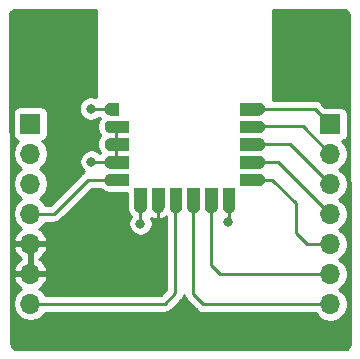
<source format=gbr>
%TF.GenerationSoftware,KiCad,Pcbnew,(5.1.9-0-10_14)*%
%TF.CreationDate,2021-02-18T15:53:41+03:00*%
%TF.ProjectId,DA14531MOD-Breakout,44413134-3533-4314-9d4f-442d42726561,rev?*%
%TF.SameCoordinates,Original*%
%TF.FileFunction,Copper,L1,Top*%
%TF.FilePolarity,Positive*%
%FSLAX46Y46*%
G04 Gerber Fmt 4.6, Leading zero omitted, Abs format (unit mm)*
G04 Created by KiCad (PCBNEW (5.1.9-0-10_14)) date 2021-02-18 15:53:41*
%MOMM*%
%LPD*%
G01*
G04 APERTURE LIST*
%TA.AperFunction,EtchedComponent*%
%ADD10C,0.010000*%
%TD*%
%TA.AperFunction,SMDPad,CuDef*%
%ADD11R,0.100000X0.100000*%
%TD*%
%TA.AperFunction,ComponentPad*%
%ADD12O,1.700000X1.700000*%
%TD*%
%TA.AperFunction,ComponentPad*%
%ADD13R,1.700000X1.700000*%
%TD*%
%TA.AperFunction,ViaPad*%
%ADD14C,0.800000*%
%TD*%
%TA.AperFunction,Conductor*%
%ADD15C,0.250000*%
%TD*%
%TA.AperFunction,Conductor*%
%ADD16C,0.254000*%
%TD*%
%TA.AperFunction,Conductor*%
%ADD17C,0.100000*%
%TD*%
G04 APERTURE END LIST*
D10*
%TO.C,U1*%
G36*
X85680000Y-78580000D02*
G01*
X85080000Y-78580000D01*
X85053832Y-78580685D01*
X85027736Y-78582739D01*
X85001783Y-78586156D01*
X84976044Y-78590926D01*
X84950590Y-78597037D01*
X84925492Y-78604472D01*
X84900816Y-78613210D01*
X84876632Y-78623227D01*
X84853005Y-78634497D01*
X84830000Y-78646987D01*
X84807680Y-78660665D01*
X84786107Y-78675492D01*
X84765340Y-78691427D01*
X84745435Y-78708428D01*
X84726447Y-78726447D01*
X84708428Y-78745435D01*
X84691427Y-78765340D01*
X84675492Y-78786107D01*
X84660665Y-78807680D01*
X84646987Y-78830000D01*
X84634497Y-78853005D01*
X84623227Y-78876632D01*
X84613210Y-78900816D01*
X84604472Y-78925492D01*
X84597037Y-78950590D01*
X84590926Y-78976044D01*
X84586156Y-79001783D01*
X84582739Y-79027736D01*
X84580685Y-79053832D01*
X84580000Y-79080000D01*
X84580685Y-79106168D01*
X84582739Y-79132264D01*
X84586156Y-79158217D01*
X84590926Y-79183956D01*
X84597037Y-79209410D01*
X84604472Y-79234508D01*
X84613210Y-79259184D01*
X84623227Y-79283368D01*
X84634497Y-79306995D01*
X84646987Y-79330000D01*
X84660665Y-79352320D01*
X84675492Y-79373893D01*
X84691427Y-79394660D01*
X84708428Y-79414565D01*
X84726447Y-79433553D01*
X84745435Y-79451572D01*
X84765340Y-79468573D01*
X84786107Y-79484508D01*
X84807680Y-79499335D01*
X84830000Y-79513013D01*
X84853005Y-79525503D01*
X84876632Y-79536773D01*
X84900816Y-79546790D01*
X84925492Y-79555528D01*
X84950590Y-79562963D01*
X84976044Y-79569074D01*
X85001783Y-79573844D01*
X85027736Y-79577261D01*
X85053832Y-79579315D01*
X85080000Y-79580000D01*
X85680000Y-79580000D01*
X85680000Y-78580000D01*
G37*
X85680000Y-78580000D02*
X85080000Y-78580000D01*
X85053832Y-78580685D01*
X85027736Y-78582739D01*
X85001783Y-78586156D01*
X84976044Y-78590926D01*
X84950590Y-78597037D01*
X84925492Y-78604472D01*
X84900816Y-78613210D01*
X84876632Y-78623227D01*
X84853005Y-78634497D01*
X84830000Y-78646987D01*
X84807680Y-78660665D01*
X84786107Y-78675492D01*
X84765340Y-78691427D01*
X84745435Y-78708428D01*
X84726447Y-78726447D01*
X84708428Y-78745435D01*
X84691427Y-78765340D01*
X84675492Y-78786107D01*
X84660665Y-78807680D01*
X84646987Y-78830000D01*
X84634497Y-78853005D01*
X84623227Y-78876632D01*
X84613210Y-78900816D01*
X84604472Y-78925492D01*
X84597037Y-78950590D01*
X84590926Y-78976044D01*
X84586156Y-79001783D01*
X84582739Y-79027736D01*
X84580685Y-79053832D01*
X84580000Y-79080000D01*
X84580685Y-79106168D01*
X84582739Y-79132264D01*
X84586156Y-79158217D01*
X84590926Y-79183956D01*
X84597037Y-79209410D01*
X84604472Y-79234508D01*
X84613210Y-79259184D01*
X84623227Y-79283368D01*
X84634497Y-79306995D01*
X84646987Y-79330000D01*
X84660665Y-79352320D01*
X84675492Y-79373893D01*
X84691427Y-79394660D01*
X84708428Y-79414565D01*
X84726447Y-79433553D01*
X84745435Y-79451572D01*
X84765340Y-79468573D01*
X84786107Y-79484508D01*
X84807680Y-79499335D01*
X84830000Y-79513013D01*
X84853005Y-79525503D01*
X84876632Y-79536773D01*
X84900816Y-79546790D01*
X84925492Y-79555528D01*
X84950590Y-79562963D01*
X84976044Y-79569074D01*
X85001783Y-79573844D01*
X85027736Y-79577261D01*
X85053832Y-79579315D01*
X85080000Y-79580000D01*
X85680000Y-79580000D01*
X85680000Y-78580000D01*
G36*
X86580000Y-80080000D02*
G01*
X85080000Y-80080000D01*
X85053832Y-80080685D01*
X85027736Y-80082739D01*
X85001783Y-80086156D01*
X84976044Y-80090926D01*
X84950590Y-80097037D01*
X84925492Y-80104472D01*
X84900816Y-80113210D01*
X84876632Y-80123227D01*
X84853005Y-80134497D01*
X84830000Y-80146987D01*
X84807680Y-80160665D01*
X84786107Y-80175492D01*
X84765340Y-80191427D01*
X84745435Y-80208428D01*
X84726447Y-80226447D01*
X84708428Y-80245435D01*
X84691427Y-80265340D01*
X84675492Y-80286107D01*
X84660665Y-80307680D01*
X84646987Y-80330000D01*
X84634497Y-80353005D01*
X84623227Y-80376632D01*
X84613210Y-80400816D01*
X84604472Y-80425492D01*
X84597037Y-80450590D01*
X84590926Y-80476044D01*
X84586156Y-80501783D01*
X84582739Y-80527736D01*
X84580685Y-80553832D01*
X84580000Y-80580000D01*
X84580685Y-80606168D01*
X84582739Y-80632264D01*
X84586156Y-80658217D01*
X84590926Y-80683956D01*
X84597037Y-80709410D01*
X84604472Y-80734508D01*
X84613210Y-80759184D01*
X84623227Y-80783368D01*
X84634497Y-80806995D01*
X84646987Y-80830000D01*
X84660665Y-80852320D01*
X84675492Y-80873893D01*
X84691427Y-80894660D01*
X84708428Y-80914565D01*
X84726447Y-80933553D01*
X84745435Y-80951572D01*
X84765340Y-80968573D01*
X84786107Y-80984508D01*
X84807680Y-80999335D01*
X84830000Y-81013013D01*
X84853005Y-81025503D01*
X84876632Y-81036773D01*
X84900816Y-81046790D01*
X84925492Y-81055528D01*
X84950590Y-81062963D01*
X84976044Y-81069074D01*
X85001783Y-81073844D01*
X85027736Y-81077261D01*
X85053832Y-81079315D01*
X85080000Y-81080000D01*
X86580000Y-81080000D01*
X86580000Y-80080000D01*
G37*
X86580000Y-80080000D02*
X85080000Y-80080000D01*
X85053832Y-80080685D01*
X85027736Y-80082739D01*
X85001783Y-80086156D01*
X84976044Y-80090926D01*
X84950590Y-80097037D01*
X84925492Y-80104472D01*
X84900816Y-80113210D01*
X84876632Y-80123227D01*
X84853005Y-80134497D01*
X84830000Y-80146987D01*
X84807680Y-80160665D01*
X84786107Y-80175492D01*
X84765340Y-80191427D01*
X84745435Y-80208428D01*
X84726447Y-80226447D01*
X84708428Y-80245435D01*
X84691427Y-80265340D01*
X84675492Y-80286107D01*
X84660665Y-80307680D01*
X84646987Y-80330000D01*
X84634497Y-80353005D01*
X84623227Y-80376632D01*
X84613210Y-80400816D01*
X84604472Y-80425492D01*
X84597037Y-80450590D01*
X84590926Y-80476044D01*
X84586156Y-80501783D01*
X84582739Y-80527736D01*
X84580685Y-80553832D01*
X84580000Y-80580000D01*
X84580685Y-80606168D01*
X84582739Y-80632264D01*
X84586156Y-80658217D01*
X84590926Y-80683956D01*
X84597037Y-80709410D01*
X84604472Y-80734508D01*
X84613210Y-80759184D01*
X84623227Y-80783368D01*
X84634497Y-80806995D01*
X84646987Y-80830000D01*
X84660665Y-80852320D01*
X84675492Y-80873893D01*
X84691427Y-80894660D01*
X84708428Y-80914565D01*
X84726447Y-80933553D01*
X84745435Y-80951572D01*
X84765340Y-80968573D01*
X84786107Y-80984508D01*
X84807680Y-80999335D01*
X84830000Y-81013013D01*
X84853005Y-81025503D01*
X84876632Y-81036773D01*
X84900816Y-81046790D01*
X84925492Y-81055528D01*
X84950590Y-81062963D01*
X84976044Y-81069074D01*
X85001783Y-81073844D01*
X85027736Y-81077261D01*
X85053832Y-81079315D01*
X85080000Y-81080000D01*
X86580000Y-81080000D01*
X86580000Y-80080000D01*
G36*
X86580000Y-81580000D02*
G01*
X85080000Y-81580000D01*
X85053832Y-81580685D01*
X85027736Y-81582739D01*
X85001783Y-81586156D01*
X84976044Y-81590926D01*
X84950590Y-81597037D01*
X84925492Y-81604472D01*
X84900816Y-81613210D01*
X84876632Y-81623227D01*
X84853005Y-81634497D01*
X84830000Y-81646987D01*
X84807680Y-81660665D01*
X84786107Y-81675492D01*
X84765340Y-81691427D01*
X84745435Y-81708428D01*
X84726447Y-81726447D01*
X84708428Y-81745435D01*
X84691427Y-81765340D01*
X84675492Y-81786107D01*
X84660665Y-81807680D01*
X84646987Y-81830000D01*
X84634497Y-81853005D01*
X84623227Y-81876632D01*
X84613210Y-81900816D01*
X84604472Y-81925492D01*
X84597037Y-81950590D01*
X84590926Y-81976044D01*
X84586156Y-82001783D01*
X84582739Y-82027736D01*
X84580685Y-82053832D01*
X84580000Y-82080000D01*
X84580685Y-82106168D01*
X84582739Y-82132264D01*
X84586156Y-82158217D01*
X84590926Y-82183956D01*
X84597037Y-82209410D01*
X84604472Y-82234508D01*
X84613210Y-82259184D01*
X84623227Y-82283368D01*
X84634497Y-82306995D01*
X84646987Y-82330000D01*
X84660665Y-82352320D01*
X84675492Y-82373893D01*
X84691427Y-82394660D01*
X84708428Y-82414565D01*
X84726447Y-82433553D01*
X84745435Y-82451572D01*
X84765340Y-82468573D01*
X84786107Y-82484508D01*
X84807680Y-82499335D01*
X84830000Y-82513013D01*
X84853005Y-82525503D01*
X84876632Y-82536773D01*
X84900816Y-82546790D01*
X84925492Y-82555528D01*
X84950590Y-82562963D01*
X84976044Y-82569074D01*
X85001783Y-82573844D01*
X85027736Y-82577261D01*
X85053832Y-82579315D01*
X85080000Y-82580000D01*
X86580000Y-82580000D01*
X86580000Y-81580000D01*
G37*
X86580000Y-81580000D02*
X85080000Y-81580000D01*
X85053832Y-81580685D01*
X85027736Y-81582739D01*
X85001783Y-81586156D01*
X84976044Y-81590926D01*
X84950590Y-81597037D01*
X84925492Y-81604472D01*
X84900816Y-81613210D01*
X84876632Y-81623227D01*
X84853005Y-81634497D01*
X84830000Y-81646987D01*
X84807680Y-81660665D01*
X84786107Y-81675492D01*
X84765340Y-81691427D01*
X84745435Y-81708428D01*
X84726447Y-81726447D01*
X84708428Y-81745435D01*
X84691427Y-81765340D01*
X84675492Y-81786107D01*
X84660665Y-81807680D01*
X84646987Y-81830000D01*
X84634497Y-81853005D01*
X84623227Y-81876632D01*
X84613210Y-81900816D01*
X84604472Y-81925492D01*
X84597037Y-81950590D01*
X84590926Y-81976044D01*
X84586156Y-82001783D01*
X84582739Y-82027736D01*
X84580685Y-82053832D01*
X84580000Y-82080000D01*
X84580685Y-82106168D01*
X84582739Y-82132264D01*
X84586156Y-82158217D01*
X84590926Y-82183956D01*
X84597037Y-82209410D01*
X84604472Y-82234508D01*
X84613210Y-82259184D01*
X84623227Y-82283368D01*
X84634497Y-82306995D01*
X84646987Y-82330000D01*
X84660665Y-82352320D01*
X84675492Y-82373893D01*
X84691427Y-82394660D01*
X84708428Y-82414565D01*
X84726447Y-82433553D01*
X84745435Y-82451572D01*
X84765340Y-82468573D01*
X84786107Y-82484508D01*
X84807680Y-82499335D01*
X84830000Y-82513013D01*
X84853005Y-82525503D01*
X84876632Y-82536773D01*
X84900816Y-82546790D01*
X84925492Y-82555528D01*
X84950590Y-82562963D01*
X84976044Y-82569074D01*
X85001783Y-82573844D01*
X85027736Y-82577261D01*
X85053832Y-82579315D01*
X85080000Y-82580000D01*
X86580000Y-82580000D01*
X86580000Y-81580000D01*
G36*
X86580000Y-83080000D02*
G01*
X85080000Y-83080000D01*
X85053832Y-83080685D01*
X85027736Y-83082739D01*
X85001783Y-83086156D01*
X84976044Y-83090926D01*
X84950590Y-83097037D01*
X84925492Y-83104472D01*
X84900816Y-83113210D01*
X84876632Y-83123227D01*
X84853005Y-83134497D01*
X84830000Y-83146987D01*
X84807680Y-83160665D01*
X84786107Y-83175492D01*
X84765340Y-83191427D01*
X84745435Y-83208428D01*
X84726447Y-83226447D01*
X84708428Y-83245435D01*
X84691427Y-83265340D01*
X84675492Y-83286107D01*
X84660665Y-83307680D01*
X84646987Y-83330000D01*
X84634497Y-83353005D01*
X84623227Y-83376632D01*
X84613210Y-83400816D01*
X84604472Y-83425492D01*
X84597037Y-83450590D01*
X84590926Y-83476044D01*
X84586156Y-83501783D01*
X84582739Y-83527736D01*
X84580685Y-83553832D01*
X84580000Y-83580000D01*
X84580685Y-83606168D01*
X84582739Y-83632264D01*
X84586156Y-83658217D01*
X84590926Y-83683956D01*
X84597037Y-83709410D01*
X84604472Y-83734508D01*
X84613210Y-83759184D01*
X84623227Y-83783368D01*
X84634497Y-83806995D01*
X84646987Y-83830000D01*
X84660665Y-83852320D01*
X84675492Y-83873893D01*
X84691427Y-83894660D01*
X84708428Y-83914565D01*
X84726447Y-83933553D01*
X84745435Y-83951572D01*
X84765340Y-83968573D01*
X84786107Y-83984508D01*
X84807680Y-83999335D01*
X84830000Y-84013013D01*
X84853005Y-84025503D01*
X84876632Y-84036773D01*
X84900816Y-84046790D01*
X84925492Y-84055528D01*
X84950590Y-84062963D01*
X84976044Y-84069074D01*
X85001783Y-84073844D01*
X85027736Y-84077261D01*
X85053832Y-84079315D01*
X85080000Y-84080000D01*
X86580000Y-84080000D01*
X86580000Y-83080000D01*
G37*
X86580000Y-83080000D02*
X85080000Y-83080000D01*
X85053832Y-83080685D01*
X85027736Y-83082739D01*
X85001783Y-83086156D01*
X84976044Y-83090926D01*
X84950590Y-83097037D01*
X84925492Y-83104472D01*
X84900816Y-83113210D01*
X84876632Y-83123227D01*
X84853005Y-83134497D01*
X84830000Y-83146987D01*
X84807680Y-83160665D01*
X84786107Y-83175492D01*
X84765340Y-83191427D01*
X84745435Y-83208428D01*
X84726447Y-83226447D01*
X84708428Y-83245435D01*
X84691427Y-83265340D01*
X84675492Y-83286107D01*
X84660665Y-83307680D01*
X84646987Y-83330000D01*
X84634497Y-83353005D01*
X84623227Y-83376632D01*
X84613210Y-83400816D01*
X84604472Y-83425492D01*
X84597037Y-83450590D01*
X84590926Y-83476044D01*
X84586156Y-83501783D01*
X84582739Y-83527736D01*
X84580685Y-83553832D01*
X84580000Y-83580000D01*
X84580685Y-83606168D01*
X84582739Y-83632264D01*
X84586156Y-83658217D01*
X84590926Y-83683956D01*
X84597037Y-83709410D01*
X84604472Y-83734508D01*
X84613210Y-83759184D01*
X84623227Y-83783368D01*
X84634497Y-83806995D01*
X84646987Y-83830000D01*
X84660665Y-83852320D01*
X84675492Y-83873893D01*
X84691427Y-83894660D01*
X84708428Y-83914565D01*
X84726447Y-83933553D01*
X84745435Y-83951572D01*
X84765340Y-83968573D01*
X84786107Y-83984508D01*
X84807680Y-83999335D01*
X84830000Y-84013013D01*
X84853005Y-84025503D01*
X84876632Y-84036773D01*
X84900816Y-84046790D01*
X84925492Y-84055528D01*
X84950590Y-84062963D01*
X84976044Y-84069074D01*
X85001783Y-84073844D01*
X85027736Y-84077261D01*
X85053832Y-84079315D01*
X85080000Y-84080000D01*
X86580000Y-84080000D01*
X86580000Y-83080000D01*
G36*
X86580000Y-84580000D02*
G01*
X85080000Y-84580000D01*
X85053832Y-84580685D01*
X85027736Y-84582739D01*
X85001783Y-84586156D01*
X84976044Y-84590926D01*
X84950590Y-84597037D01*
X84925492Y-84604472D01*
X84900816Y-84613210D01*
X84876632Y-84623227D01*
X84853005Y-84634497D01*
X84830000Y-84646987D01*
X84807680Y-84660665D01*
X84786107Y-84675492D01*
X84765340Y-84691427D01*
X84745435Y-84708428D01*
X84726447Y-84726447D01*
X84708428Y-84745435D01*
X84691427Y-84765340D01*
X84675492Y-84786107D01*
X84660665Y-84807680D01*
X84646987Y-84830000D01*
X84634497Y-84853005D01*
X84623227Y-84876632D01*
X84613210Y-84900816D01*
X84604472Y-84925492D01*
X84597037Y-84950590D01*
X84590926Y-84976044D01*
X84586156Y-85001783D01*
X84582739Y-85027736D01*
X84580685Y-85053832D01*
X84580000Y-85080000D01*
X84580685Y-85106168D01*
X84582739Y-85132264D01*
X84586156Y-85158217D01*
X84590926Y-85183956D01*
X84597037Y-85209410D01*
X84604472Y-85234508D01*
X84613210Y-85259184D01*
X84623227Y-85283368D01*
X84634497Y-85306995D01*
X84646987Y-85330000D01*
X84660665Y-85352320D01*
X84675492Y-85373893D01*
X84691427Y-85394660D01*
X84708428Y-85414565D01*
X84726447Y-85433553D01*
X84745435Y-85451572D01*
X84765340Y-85468573D01*
X84786107Y-85484508D01*
X84807680Y-85499335D01*
X84830000Y-85513013D01*
X84853005Y-85525503D01*
X84876632Y-85536773D01*
X84900816Y-85546790D01*
X84925492Y-85555528D01*
X84950590Y-85562963D01*
X84976044Y-85569074D01*
X85001783Y-85573844D01*
X85027736Y-85577261D01*
X85053832Y-85579315D01*
X85080000Y-85580000D01*
X86580000Y-85580000D01*
X86580000Y-84580000D01*
G37*
X86580000Y-84580000D02*
X85080000Y-84580000D01*
X85053832Y-84580685D01*
X85027736Y-84582739D01*
X85001783Y-84586156D01*
X84976044Y-84590926D01*
X84950590Y-84597037D01*
X84925492Y-84604472D01*
X84900816Y-84613210D01*
X84876632Y-84623227D01*
X84853005Y-84634497D01*
X84830000Y-84646987D01*
X84807680Y-84660665D01*
X84786107Y-84675492D01*
X84765340Y-84691427D01*
X84745435Y-84708428D01*
X84726447Y-84726447D01*
X84708428Y-84745435D01*
X84691427Y-84765340D01*
X84675492Y-84786107D01*
X84660665Y-84807680D01*
X84646987Y-84830000D01*
X84634497Y-84853005D01*
X84623227Y-84876632D01*
X84613210Y-84900816D01*
X84604472Y-84925492D01*
X84597037Y-84950590D01*
X84590926Y-84976044D01*
X84586156Y-85001783D01*
X84582739Y-85027736D01*
X84580685Y-85053832D01*
X84580000Y-85080000D01*
X84580685Y-85106168D01*
X84582739Y-85132264D01*
X84586156Y-85158217D01*
X84590926Y-85183956D01*
X84597037Y-85209410D01*
X84604472Y-85234508D01*
X84613210Y-85259184D01*
X84623227Y-85283368D01*
X84634497Y-85306995D01*
X84646987Y-85330000D01*
X84660665Y-85352320D01*
X84675492Y-85373893D01*
X84691427Y-85394660D01*
X84708428Y-85414565D01*
X84726447Y-85433553D01*
X84745435Y-85451572D01*
X84765340Y-85468573D01*
X84786107Y-85484508D01*
X84807680Y-85499335D01*
X84830000Y-85513013D01*
X84853005Y-85525503D01*
X84876632Y-85536773D01*
X84900816Y-85546790D01*
X84925492Y-85555528D01*
X84950590Y-85562963D01*
X84976044Y-85569074D01*
X85001783Y-85573844D01*
X85027736Y-85577261D01*
X85053832Y-85579315D01*
X85080000Y-85580000D01*
X86580000Y-85580000D01*
X86580000Y-84580000D01*
G36*
X87080000Y-85830000D02*
G01*
X87080000Y-87330000D01*
X87080685Y-87356168D01*
X87082739Y-87382264D01*
X87086156Y-87408217D01*
X87090926Y-87433956D01*
X87097037Y-87459410D01*
X87104472Y-87484508D01*
X87113210Y-87509184D01*
X87123227Y-87533368D01*
X87134497Y-87556995D01*
X87146987Y-87580000D01*
X87160665Y-87602320D01*
X87175492Y-87623893D01*
X87191427Y-87644660D01*
X87208428Y-87664565D01*
X87226447Y-87683553D01*
X87245435Y-87701572D01*
X87265340Y-87718573D01*
X87286107Y-87734508D01*
X87307680Y-87749335D01*
X87330000Y-87763013D01*
X87353005Y-87775503D01*
X87376632Y-87786773D01*
X87400816Y-87796790D01*
X87425492Y-87805528D01*
X87450590Y-87812963D01*
X87476044Y-87819074D01*
X87501783Y-87823844D01*
X87527736Y-87827261D01*
X87553832Y-87829315D01*
X87580000Y-87830000D01*
X87606168Y-87829315D01*
X87632264Y-87827261D01*
X87658217Y-87823844D01*
X87683956Y-87819074D01*
X87709410Y-87812963D01*
X87734508Y-87805528D01*
X87759184Y-87796790D01*
X87783368Y-87786773D01*
X87806995Y-87775503D01*
X87830000Y-87763013D01*
X87852320Y-87749335D01*
X87873893Y-87734508D01*
X87894660Y-87718573D01*
X87914565Y-87701572D01*
X87933553Y-87683553D01*
X87951572Y-87664565D01*
X87968573Y-87644660D01*
X87984508Y-87623893D01*
X87999335Y-87602320D01*
X88013013Y-87580000D01*
X88025503Y-87556995D01*
X88036773Y-87533368D01*
X88046790Y-87509184D01*
X88055528Y-87484508D01*
X88062963Y-87459410D01*
X88069074Y-87433956D01*
X88073844Y-87408217D01*
X88077261Y-87382264D01*
X88079315Y-87356168D01*
X88080000Y-87330000D01*
X88080000Y-85830000D01*
X87080000Y-85830000D01*
G37*
X87080000Y-85830000D02*
X87080000Y-87330000D01*
X87080685Y-87356168D01*
X87082739Y-87382264D01*
X87086156Y-87408217D01*
X87090926Y-87433956D01*
X87097037Y-87459410D01*
X87104472Y-87484508D01*
X87113210Y-87509184D01*
X87123227Y-87533368D01*
X87134497Y-87556995D01*
X87146987Y-87580000D01*
X87160665Y-87602320D01*
X87175492Y-87623893D01*
X87191427Y-87644660D01*
X87208428Y-87664565D01*
X87226447Y-87683553D01*
X87245435Y-87701572D01*
X87265340Y-87718573D01*
X87286107Y-87734508D01*
X87307680Y-87749335D01*
X87330000Y-87763013D01*
X87353005Y-87775503D01*
X87376632Y-87786773D01*
X87400816Y-87796790D01*
X87425492Y-87805528D01*
X87450590Y-87812963D01*
X87476044Y-87819074D01*
X87501783Y-87823844D01*
X87527736Y-87827261D01*
X87553832Y-87829315D01*
X87580000Y-87830000D01*
X87606168Y-87829315D01*
X87632264Y-87827261D01*
X87658217Y-87823844D01*
X87683956Y-87819074D01*
X87709410Y-87812963D01*
X87734508Y-87805528D01*
X87759184Y-87796790D01*
X87783368Y-87786773D01*
X87806995Y-87775503D01*
X87830000Y-87763013D01*
X87852320Y-87749335D01*
X87873893Y-87734508D01*
X87894660Y-87718573D01*
X87914565Y-87701572D01*
X87933553Y-87683553D01*
X87951572Y-87664565D01*
X87968573Y-87644660D01*
X87984508Y-87623893D01*
X87999335Y-87602320D01*
X88013013Y-87580000D01*
X88025503Y-87556995D01*
X88036773Y-87533368D01*
X88046790Y-87509184D01*
X88055528Y-87484508D01*
X88062963Y-87459410D01*
X88069074Y-87433956D01*
X88073844Y-87408217D01*
X88077261Y-87382264D01*
X88079315Y-87356168D01*
X88080000Y-87330000D01*
X88080000Y-85830000D01*
X87080000Y-85830000D01*
G36*
X88580000Y-85830000D02*
G01*
X88580000Y-87330000D01*
X88580685Y-87356168D01*
X88582739Y-87382264D01*
X88586156Y-87408217D01*
X88590926Y-87433956D01*
X88597037Y-87459410D01*
X88604472Y-87484508D01*
X88613210Y-87509184D01*
X88623227Y-87533368D01*
X88634497Y-87556995D01*
X88646987Y-87580000D01*
X88660665Y-87602320D01*
X88675492Y-87623893D01*
X88691427Y-87644660D01*
X88708428Y-87664565D01*
X88726447Y-87683553D01*
X88745435Y-87701572D01*
X88765340Y-87718573D01*
X88786107Y-87734508D01*
X88807680Y-87749335D01*
X88830000Y-87763013D01*
X88853005Y-87775503D01*
X88876632Y-87786773D01*
X88900816Y-87796790D01*
X88925492Y-87805528D01*
X88950590Y-87812963D01*
X88976044Y-87819074D01*
X89001783Y-87823844D01*
X89027736Y-87827261D01*
X89053832Y-87829315D01*
X89080000Y-87830000D01*
X89106168Y-87829315D01*
X89132264Y-87827261D01*
X89158217Y-87823844D01*
X89183956Y-87819074D01*
X89209410Y-87812963D01*
X89234508Y-87805528D01*
X89259184Y-87796790D01*
X89283368Y-87786773D01*
X89306995Y-87775503D01*
X89330000Y-87763013D01*
X89352320Y-87749335D01*
X89373893Y-87734508D01*
X89394660Y-87718573D01*
X89414565Y-87701572D01*
X89433553Y-87683553D01*
X89451572Y-87664565D01*
X89468573Y-87644660D01*
X89484508Y-87623893D01*
X89499335Y-87602320D01*
X89513013Y-87580000D01*
X89525503Y-87556995D01*
X89536773Y-87533368D01*
X89546790Y-87509184D01*
X89555528Y-87484508D01*
X89562963Y-87459410D01*
X89569074Y-87433956D01*
X89573844Y-87408217D01*
X89577261Y-87382264D01*
X89579315Y-87356168D01*
X89580000Y-87330000D01*
X89580000Y-85830000D01*
X88580000Y-85830000D01*
G37*
X88580000Y-85830000D02*
X88580000Y-87330000D01*
X88580685Y-87356168D01*
X88582739Y-87382264D01*
X88586156Y-87408217D01*
X88590926Y-87433956D01*
X88597037Y-87459410D01*
X88604472Y-87484508D01*
X88613210Y-87509184D01*
X88623227Y-87533368D01*
X88634497Y-87556995D01*
X88646987Y-87580000D01*
X88660665Y-87602320D01*
X88675492Y-87623893D01*
X88691427Y-87644660D01*
X88708428Y-87664565D01*
X88726447Y-87683553D01*
X88745435Y-87701572D01*
X88765340Y-87718573D01*
X88786107Y-87734508D01*
X88807680Y-87749335D01*
X88830000Y-87763013D01*
X88853005Y-87775503D01*
X88876632Y-87786773D01*
X88900816Y-87796790D01*
X88925492Y-87805528D01*
X88950590Y-87812963D01*
X88976044Y-87819074D01*
X89001783Y-87823844D01*
X89027736Y-87827261D01*
X89053832Y-87829315D01*
X89080000Y-87830000D01*
X89106168Y-87829315D01*
X89132264Y-87827261D01*
X89158217Y-87823844D01*
X89183956Y-87819074D01*
X89209410Y-87812963D01*
X89234508Y-87805528D01*
X89259184Y-87796790D01*
X89283368Y-87786773D01*
X89306995Y-87775503D01*
X89330000Y-87763013D01*
X89352320Y-87749335D01*
X89373893Y-87734508D01*
X89394660Y-87718573D01*
X89414565Y-87701572D01*
X89433553Y-87683553D01*
X89451572Y-87664565D01*
X89468573Y-87644660D01*
X89484508Y-87623893D01*
X89499335Y-87602320D01*
X89513013Y-87580000D01*
X89525503Y-87556995D01*
X89536773Y-87533368D01*
X89546790Y-87509184D01*
X89555528Y-87484508D01*
X89562963Y-87459410D01*
X89569074Y-87433956D01*
X89573844Y-87408217D01*
X89577261Y-87382264D01*
X89579315Y-87356168D01*
X89580000Y-87330000D01*
X89580000Y-85830000D01*
X88580000Y-85830000D01*
G36*
X90080000Y-85830000D02*
G01*
X90080000Y-87330000D01*
X90080685Y-87356168D01*
X90082739Y-87382264D01*
X90086156Y-87408217D01*
X90090926Y-87433956D01*
X90097037Y-87459410D01*
X90104472Y-87484508D01*
X90113210Y-87509184D01*
X90123227Y-87533368D01*
X90134497Y-87556995D01*
X90146987Y-87580000D01*
X90160665Y-87602320D01*
X90175492Y-87623893D01*
X90191427Y-87644660D01*
X90208428Y-87664565D01*
X90226447Y-87683553D01*
X90245435Y-87701572D01*
X90265340Y-87718573D01*
X90286107Y-87734508D01*
X90307680Y-87749335D01*
X90330000Y-87763013D01*
X90353005Y-87775503D01*
X90376632Y-87786773D01*
X90400816Y-87796790D01*
X90425492Y-87805528D01*
X90450590Y-87812963D01*
X90476044Y-87819074D01*
X90501783Y-87823844D01*
X90527736Y-87827261D01*
X90553832Y-87829315D01*
X90580000Y-87830000D01*
X90606168Y-87829315D01*
X90632264Y-87827261D01*
X90658217Y-87823844D01*
X90683956Y-87819074D01*
X90709410Y-87812963D01*
X90734508Y-87805528D01*
X90759184Y-87796790D01*
X90783368Y-87786773D01*
X90806995Y-87775503D01*
X90830000Y-87763013D01*
X90852320Y-87749335D01*
X90873893Y-87734508D01*
X90894660Y-87718573D01*
X90914565Y-87701572D01*
X90933553Y-87683553D01*
X90951572Y-87664565D01*
X90968573Y-87644660D01*
X90984508Y-87623893D01*
X90999335Y-87602320D01*
X91013013Y-87580000D01*
X91025503Y-87556995D01*
X91036773Y-87533368D01*
X91046790Y-87509184D01*
X91055528Y-87484508D01*
X91062963Y-87459410D01*
X91069074Y-87433956D01*
X91073844Y-87408217D01*
X91077261Y-87382264D01*
X91079315Y-87356168D01*
X91080000Y-87330000D01*
X91080000Y-85830000D01*
X90080000Y-85830000D01*
G37*
X90080000Y-85830000D02*
X90080000Y-87330000D01*
X90080685Y-87356168D01*
X90082739Y-87382264D01*
X90086156Y-87408217D01*
X90090926Y-87433956D01*
X90097037Y-87459410D01*
X90104472Y-87484508D01*
X90113210Y-87509184D01*
X90123227Y-87533368D01*
X90134497Y-87556995D01*
X90146987Y-87580000D01*
X90160665Y-87602320D01*
X90175492Y-87623893D01*
X90191427Y-87644660D01*
X90208428Y-87664565D01*
X90226447Y-87683553D01*
X90245435Y-87701572D01*
X90265340Y-87718573D01*
X90286107Y-87734508D01*
X90307680Y-87749335D01*
X90330000Y-87763013D01*
X90353005Y-87775503D01*
X90376632Y-87786773D01*
X90400816Y-87796790D01*
X90425492Y-87805528D01*
X90450590Y-87812963D01*
X90476044Y-87819074D01*
X90501783Y-87823844D01*
X90527736Y-87827261D01*
X90553832Y-87829315D01*
X90580000Y-87830000D01*
X90606168Y-87829315D01*
X90632264Y-87827261D01*
X90658217Y-87823844D01*
X90683956Y-87819074D01*
X90709410Y-87812963D01*
X90734508Y-87805528D01*
X90759184Y-87796790D01*
X90783368Y-87786773D01*
X90806995Y-87775503D01*
X90830000Y-87763013D01*
X90852320Y-87749335D01*
X90873893Y-87734508D01*
X90894660Y-87718573D01*
X90914565Y-87701572D01*
X90933553Y-87683553D01*
X90951572Y-87664565D01*
X90968573Y-87644660D01*
X90984508Y-87623893D01*
X90999335Y-87602320D01*
X91013013Y-87580000D01*
X91025503Y-87556995D01*
X91036773Y-87533368D01*
X91046790Y-87509184D01*
X91055528Y-87484508D01*
X91062963Y-87459410D01*
X91069074Y-87433956D01*
X91073844Y-87408217D01*
X91077261Y-87382264D01*
X91079315Y-87356168D01*
X91080000Y-87330000D01*
X91080000Y-85830000D01*
X90080000Y-85830000D01*
G36*
X91580000Y-85830000D02*
G01*
X91580000Y-87330000D01*
X91580685Y-87356168D01*
X91582739Y-87382264D01*
X91586156Y-87408217D01*
X91590926Y-87433956D01*
X91597037Y-87459410D01*
X91604472Y-87484508D01*
X91613210Y-87509184D01*
X91623227Y-87533368D01*
X91634497Y-87556995D01*
X91646987Y-87580000D01*
X91660665Y-87602320D01*
X91675492Y-87623893D01*
X91691427Y-87644660D01*
X91708428Y-87664565D01*
X91726447Y-87683553D01*
X91745435Y-87701572D01*
X91765340Y-87718573D01*
X91786107Y-87734508D01*
X91807680Y-87749335D01*
X91830000Y-87763013D01*
X91853005Y-87775503D01*
X91876632Y-87786773D01*
X91900816Y-87796790D01*
X91925492Y-87805528D01*
X91950590Y-87812963D01*
X91976044Y-87819074D01*
X92001783Y-87823844D01*
X92027736Y-87827261D01*
X92053832Y-87829315D01*
X92080000Y-87830000D01*
X92106168Y-87829315D01*
X92132264Y-87827261D01*
X92158217Y-87823844D01*
X92183956Y-87819074D01*
X92209410Y-87812963D01*
X92234508Y-87805528D01*
X92259184Y-87796790D01*
X92283368Y-87786773D01*
X92306995Y-87775503D01*
X92330000Y-87763013D01*
X92352320Y-87749335D01*
X92373893Y-87734508D01*
X92394660Y-87718573D01*
X92414565Y-87701572D01*
X92433553Y-87683553D01*
X92451572Y-87664565D01*
X92468573Y-87644660D01*
X92484508Y-87623893D01*
X92499335Y-87602320D01*
X92513013Y-87580000D01*
X92525503Y-87556995D01*
X92536773Y-87533368D01*
X92546790Y-87509184D01*
X92555528Y-87484508D01*
X92562963Y-87459410D01*
X92569074Y-87433956D01*
X92573844Y-87408217D01*
X92577261Y-87382264D01*
X92579315Y-87356168D01*
X92580000Y-87330000D01*
X92580000Y-85830000D01*
X91580000Y-85830000D01*
G37*
X91580000Y-85830000D02*
X91580000Y-87330000D01*
X91580685Y-87356168D01*
X91582739Y-87382264D01*
X91586156Y-87408217D01*
X91590926Y-87433956D01*
X91597037Y-87459410D01*
X91604472Y-87484508D01*
X91613210Y-87509184D01*
X91623227Y-87533368D01*
X91634497Y-87556995D01*
X91646987Y-87580000D01*
X91660665Y-87602320D01*
X91675492Y-87623893D01*
X91691427Y-87644660D01*
X91708428Y-87664565D01*
X91726447Y-87683553D01*
X91745435Y-87701572D01*
X91765340Y-87718573D01*
X91786107Y-87734508D01*
X91807680Y-87749335D01*
X91830000Y-87763013D01*
X91853005Y-87775503D01*
X91876632Y-87786773D01*
X91900816Y-87796790D01*
X91925492Y-87805528D01*
X91950590Y-87812963D01*
X91976044Y-87819074D01*
X92001783Y-87823844D01*
X92027736Y-87827261D01*
X92053832Y-87829315D01*
X92080000Y-87830000D01*
X92106168Y-87829315D01*
X92132264Y-87827261D01*
X92158217Y-87823844D01*
X92183956Y-87819074D01*
X92209410Y-87812963D01*
X92234508Y-87805528D01*
X92259184Y-87796790D01*
X92283368Y-87786773D01*
X92306995Y-87775503D01*
X92330000Y-87763013D01*
X92352320Y-87749335D01*
X92373893Y-87734508D01*
X92394660Y-87718573D01*
X92414565Y-87701572D01*
X92433553Y-87683553D01*
X92451572Y-87664565D01*
X92468573Y-87644660D01*
X92484508Y-87623893D01*
X92499335Y-87602320D01*
X92513013Y-87580000D01*
X92525503Y-87556995D01*
X92536773Y-87533368D01*
X92546790Y-87509184D01*
X92555528Y-87484508D01*
X92562963Y-87459410D01*
X92569074Y-87433956D01*
X92573844Y-87408217D01*
X92577261Y-87382264D01*
X92579315Y-87356168D01*
X92580000Y-87330000D01*
X92580000Y-85830000D01*
X91580000Y-85830000D01*
G36*
X93080000Y-85830000D02*
G01*
X93080000Y-87330000D01*
X93080685Y-87356168D01*
X93082739Y-87382264D01*
X93086156Y-87408217D01*
X93090926Y-87433956D01*
X93097037Y-87459410D01*
X93104472Y-87484508D01*
X93113210Y-87509184D01*
X93123227Y-87533368D01*
X93134497Y-87556995D01*
X93146987Y-87580000D01*
X93160665Y-87602320D01*
X93175492Y-87623893D01*
X93191427Y-87644660D01*
X93208428Y-87664565D01*
X93226447Y-87683553D01*
X93245435Y-87701572D01*
X93265340Y-87718573D01*
X93286107Y-87734508D01*
X93307680Y-87749335D01*
X93330000Y-87763013D01*
X93353005Y-87775503D01*
X93376632Y-87786773D01*
X93400816Y-87796790D01*
X93425492Y-87805528D01*
X93450590Y-87812963D01*
X93476044Y-87819074D01*
X93501783Y-87823844D01*
X93527736Y-87827261D01*
X93553832Y-87829315D01*
X93580000Y-87830000D01*
X93606168Y-87829315D01*
X93632264Y-87827261D01*
X93658217Y-87823844D01*
X93683956Y-87819074D01*
X93709410Y-87812963D01*
X93734508Y-87805528D01*
X93759184Y-87796790D01*
X93783368Y-87786773D01*
X93806995Y-87775503D01*
X93830000Y-87763013D01*
X93852320Y-87749335D01*
X93873893Y-87734508D01*
X93894660Y-87718573D01*
X93914565Y-87701572D01*
X93933553Y-87683553D01*
X93951572Y-87664565D01*
X93968573Y-87644660D01*
X93984508Y-87623893D01*
X93999335Y-87602320D01*
X94013013Y-87580000D01*
X94025503Y-87556995D01*
X94036773Y-87533368D01*
X94046790Y-87509184D01*
X94055528Y-87484508D01*
X94062963Y-87459410D01*
X94069074Y-87433956D01*
X94073844Y-87408217D01*
X94077261Y-87382264D01*
X94079315Y-87356168D01*
X94080000Y-87330000D01*
X94080000Y-85830000D01*
X93080000Y-85830000D01*
G37*
X93080000Y-85830000D02*
X93080000Y-87330000D01*
X93080685Y-87356168D01*
X93082739Y-87382264D01*
X93086156Y-87408217D01*
X93090926Y-87433956D01*
X93097037Y-87459410D01*
X93104472Y-87484508D01*
X93113210Y-87509184D01*
X93123227Y-87533368D01*
X93134497Y-87556995D01*
X93146987Y-87580000D01*
X93160665Y-87602320D01*
X93175492Y-87623893D01*
X93191427Y-87644660D01*
X93208428Y-87664565D01*
X93226447Y-87683553D01*
X93245435Y-87701572D01*
X93265340Y-87718573D01*
X93286107Y-87734508D01*
X93307680Y-87749335D01*
X93330000Y-87763013D01*
X93353005Y-87775503D01*
X93376632Y-87786773D01*
X93400816Y-87796790D01*
X93425492Y-87805528D01*
X93450590Y-87812963D01*
X93476044Y-87819074D01*
X93501783Y-87823844D01*
X93527736Y-87827261D01*
X93553832Y-87829315D01*
X93580000Y-87830000D01*
X93606168Y-87829315D01*
X93632264Y-87827261D01*
X93658217Y-87823844D01*
X93683956Y-87819074D01*
X93709410Y-87812963D01*
X93734508Y-87805528D01*
X93759184Y-87796790D01*
X93783368Y-87786773D01*
X93806995Y-87775503D01*
X93830000Y-87763013D01*
X93852320Y-87749335D01*
X93873893Y-87734508D01*
X93894660Y-87718573D01*
X93914565Y-87701572D01*
X93933553Y-87683553D01*
X93951572Y-87664565D01*
X93968573Y-87644660D01*
X93984508Y-87623893D01*
X93999335Y-87602320D01*
X94013013Y-87580000D01*
X94025503Y-87556995D01*
X94036773Y-87533368D01*
X94046790Y-87509184D01*
X94055528Y-87484508D01*
X94062963Y-87459410D01*
X94069074Y-87433956D01*
X94073844Y-87408217D01*
X94077261Y-87382264D01*
X94079315Y-87356168D01*
X94080000Y-87330000D01*
X94080000Y-85830000D01*
X93080000Y-85830000D01*
G36*
X94580000Y-85830000D02*
G01*
X94580000Y-87330000D01*
X94580685Y-87356168D01*
X94582739Y-87382264D01*
X94586156Y-87408217D01*
X94590926Y-87433956D01*
X94597037Y-87459410D01*
X94604472Y-87484508D01*
X94613210Y-87509184D01*
X94623227Y-87533368D01*
X94634497Y-87556995D01*
X94646987Y-87580000D01*
X94660665Y-87602320D01*
X94675492Y-87623893D01*
X94691427Y-87644660D01*
X94708428Y-87664565D01*
X94726447Y-87683553D01*
X94745435Y-87701572D01*
X94765340Y-87718573D01*
X94786107Y-87734508D01*
X94807680Y-87749335D01*
X94830000Y-87763013D01*
X94853005Y-87775503D01*
X94876632Y-87786773D01*
X94900816Y-87796790D01*
X94925492Y-87805528D01*
X94950590Y-87812963D01*
X94976044Y-87819074D01*
X95001783Y-87823844D01*
X95027736Y-87827261D01*
X95053832Y-87829315D01*
X95080000Y-87830000D01*
X95106168Y-87829315D01*
X95132264Y-87827261D01*
X95158217Y-87823844D01*
X95183956Y-87819074D01*
X95209410Y-87812963D01*
X95234508Y-87805528D01*
X95259184Y-87796790D01*
X95283368Y-87786773D01*
X95306995Y-87775503D01*
X95330000Y-87763013D01*
X95352320Y-87749335D01*
X95373893Y-87734508D01*
X95394660Y-87718573D01*
X95414565Y-87701572D01*
X95433553Y-87683553D01*
X95451572Y-87664565D01*
X95468573Y-87644660D01*
X95484508Y-87623893D01*
X95499335Y-87602320D01*
X95513013Y-87580000D01*
X95525503Y-87556995D01*
X95536773Y-87533368D01*
X95546790Y-87509184D01*
X95555528Y-87484508D01*
X95562963Y-87459410D01*
X95569074Y-87433956D01*
X95573844Y-87408217D01*
X95577261Y-87382264D01*
X95579315Y-87356168D01*
X95580000Y-87330000D01*
X95580000Y-85830000D01*
X94580000Y-85830000D01*
G37*
X94580000Y-85830000D02*
X94580000Y-87330000D01*
X94580685Y-87356168D01*
X94582739Y-87382264D01*
X94586156Y-87408217D01*
X94590926Y-87433956D01*
X94597037Y-87459410D01*
X94604472Y-87484508D01*
X94613210Y-87509184D01*
X94623227Y-87533368D01*
X94634497Y-87556995D01*
X94646987Y-87580000D01*
X94660665Y-87602320D01*
X94675492Y-87623893D01*
X94691427Y-87644660D01*
X94708428Y-87664565D01*
X94726447Y-87683553D01*
X94745435Y-87701572D01*
X94765340Y-87718573D01*
X94786107Y-87734508D01*
X94807680Y-87749335D01*
X94830000Y-87763013D01*
X94853005Y-87775503D01*
X94876632Y-87786773D01*
X94900816Y-87796790D01*
X94925492Y-87805528D01*
X94950590Y-87812963D01*
X94976044Y-87819074D01*
X95001783Y-87823844D01*
X95027736Y-87827261D01*
X95053832Y-87829315D01*
X95080000Y-87830000D01*
X95106168Y-87829315D01*
X95132264Y-87827261D01*
X95158217Y-87823844D01*
X95183956Y-87819074D01*
X95209410Y-87812963D01*
X95234508Y-87805528D01*
X95259184Y-87796790D01*
X95283368Y-87786773D01*
X95306995Y-87775503D01*
X95330000Y-87763013D01*
X95352320Y-87749335D01*
X95373893Y-87734508D01*
X95394660Y-87718573D01*
X95414565Y-87701572D01*
X95433553Y-87683553D01*
X95451572Y-87664565D01*
X95468573Y-87644660D01*
X95484508Y-87623893D01*
X95499335Y-87602320D01*
X95513013Y-87580000D01*
X95525503Y-87556995D01*
X95536773Y-87533368D01*
X95546790Y-87509184D01*
X95555528Y-87484508D01*
X95562963Y-87459410D01*
X95569074Y-87433956D01*
X95573844Y-87408217D01*
X95577261Y-87382264D01*
X95579315Y-87356168D01*
X95580000Y-87330000D01*
X95580000Y-85830000D01*
X94580000Y-85830000D01*
G36*
X96080000Y-85580000D02*
G01*
X97580000Y-85580000D01*
X97606168Y-85579315D01*
X97632264Y-85577261D01*
X97658217Y-85573844D01*
X97683956Y-85569074D01*
X97709410Y-85562963D01*
X97734508Y-85555528D01*
X97759184Y-85546790D01*
X97783368Y-85536773D01*
X97806995Y-85525503D01*
X97830000Y-85513013D01*
X97852320Y-85499335D01*
X97873893Y-85484508D01*
X97894660Y-85468573D01*
X97914565Y-85451572D01*
X97933553Y-85433553D01*
X97951572Y-85414565D01*
X97968573Y-85394660D01*
X97984508Y-85373893D01*
X97999335Y-85352320D01*
X98013013Y-85330000D01*
X98025503Y-85306995D01*
X98036773Y-85283368D01*
X98046790Y-85259184D01*
X98055528Y-85234508D01*
X98062963Y-85209410D01*
X98069074Y-85183956D01*
X98073844Y-85158217D01*
X98077261Y-85132264D01*
X98079315Y-85106168D01*
X98080000Y-85080000D01*
X98079315Y-85053832D01*
X98077261Y-85027736D01*
X98073844Y-85001783D01*
X98069074Y-84976044D01*
X98062963Y-84950590D01*
X98055528Y-84925492D01*
X98046790Y-84900816D01*
X98036773Y-84876632D01*
X98025503Y-84853005D01*
X98013013Y-84830000D01*
X97999335Y-84807680D01*
X97984508Y-84786107D01*
X97968573Y-84765340D01*
X97951572Y-84745435D01*
X97933553Y-84726447D01*
X97914565Y-84708428D01*
X97894660Y-84691427D01*
X97873893Y-84675492D01*
X97852320Y-84660665D01*
X97830000Y-84646987D01*
X97806995Y-84634497D01*
X97783368Y-84623227D01*
X97759184Y-84613210D01*
X97734508Y-84604472D01*
X97709410Y-84597037D01*
X97683956Y-84590926D01*
X97658217Y-84586156D01*
X97632264Y-84582739D01*
X97606168Y-84580685D01*
X97580000Y-84580000D01*
X96080000Y-84580000D01*
X96080000Y-85580000D01*
G37*
X96080000Y-85580000D02*
X97580000Y-85580000D01*
X97606168Y-85579315D01*
X97632264Y-85577261D01*
X97658217Y-85573844D01*
X97683956Y-85569074D01*
X97709410Y-85562963D01*
X97734508Y-85555528D01*
X97759184Y-85546790D01*
X97783368Y-85536773D01*
X97806995Y-85525503D01*
X97830000Y-85513013D01*
X97852320Y-85499335D01*
X97873893Y-85484508D01*
X97894660Y-85468573D01*
X97914565Y-85451572D01*
X97933553Y-85433553D01*
X97951572Y-85414565D01*
X97968573Y-85394660D01*
X97984508Y-85373893D01*
X97999335Y-85352320D01*
X98013013Y-85330000D01*
X98025503Y-85306995D01*
X98036773Y-85283368D01*
X98046790Y-85259184D01*
X98055528Y-85234508D01*
X98062963Y-85209410D01*
X98069074Y-85183956D01*
X98073844Y-85158217D01*
X98077261Y-85132264D01*
X98079315Y-85106168D01*
X98080000Y-85080000D01*
X98079315Y-85053832D01*
X98077261Y-85027736D01*
X98073844Y-85001783D01*
X98069074Y-84976044D01*
X98062963Y-84950590D01*
X98055528Y-84925492D01*
X98046790Y-84900816D01*
X98036773Y-84876632D01*
X98025503Y-84853005D01*
X98013013Y-84830000D01*
X97999335Y-84807680D01*
X97984508Y-84786107D01*
X97968573Y-84765340D01*
X97951572Y-84745435D01*
X97933553Y-84726447D01*
X97914565Y-84708428D01*
X97894660Y-84691427D01*
X97873893Y-84675492D01*
X97852320Y-84660665D01*
X97830000Y-84646987D01*
X97806995Y-84634497D01*
X97783368Y-84623227D01*
X97759184Y-84613210D01*
X97734508Y-84604472D01*
X97709410Y-84597037D01*
X97683956Y-84590926D01*
X97658217Y-84586156D01*
X97632264Y-84582739D01*
X97606168Y-84580685D01*
X97580000Y-84580000D01*
X96080000Y-84580000D01*
X96080000Y-85580000D01*
G36*
X96080000Y-84080000D02*
G01*
X97580000Y-84080000D01*
X97606168Y-84079315D01*
X97632264Y-84077261D01*
X97658217Y-84073844D01*
X97683956Y-84069074D01*
X97709410Y-84062963D01*
X97734508Y-84055528D01*
X97759184Y-84046790D01*
X97783368Y-84036773D01*
X97806995Y-84025503D01*
X97830000Y-84013013D01*
X97852320Y-83999335D01*
X97873893Y-83984508D01*
X97894660Y-83968573D01*
X97914565Y-83951572D01*
X97933553Y-83933553D01*
X97951572Y-83914565D01*
X97968573Y-83894660D01*
X97984508Y-83873893D01*
X97999335Y-83852320D01*
X98013013Y-83830000D01*
X98025503Y-83806995D01*
X98036773Y-83783368D01*
X98046790Y-83759184D01*
X98055528Y-83734508D01*
X98062963Y-83709410D01*
X98069074Y-83683956D01*
X98073844Y-83658217D01*
X98077261Y-83632264D01*
X98079315Y-83606168D01*
X98080000Y-83580000D01*
X98079315Y-83553832D01*
X98077261Y-83527736D01*
X98073844Y-83501783D01*
X98069074Y-83476044D01*
X98062963Y-83450590D01*
X98055528Y-83425492D01*
X98046790Y-83400816D01*
X98036773Y-83376632D01*
X98025503Y-83353005D01*
X98013013Y-83330000D01*
X97999335Y-83307680D01*
X97984508Y-83286107D01*
X97968573Y-83265340D01*
X97951572Y-83245435D01*
X97933553Y-83226447D01*
X97914565Y-83208428D01*
X97894660Y-83191427D01*
X97873893Y-83175492D01*
X97852320Y-83160665D01*
X97830000Y-83146987D01*
X97806995Y-83134497D01*
X97783368Y-83123227D01*
X97759184Y-83113210D01*
X97734508Y-83104472D01*
X97709410Y-83097037D01*
X97683956Y-83090926D01*
X97658217Y-83086156D01*
X97632264Y-83082739D01*
X97606168Y-83080685D01*
X97580000Y-83080000D01*
X96080000Y-83080000D01*
X96080000Y-84080000D01*
G37*
X96080000Y-84080000D02*
X97580000Y-84080000D01*
X97606168Y-84079315D01*
X97632264Y-84077261D01*
X97658217Y-84073844D01*
X97683956Y-84069074D01*
X97709410Y-84062963D01*
X97734508Y-84055528D01*
X97759184Y-84046790D01*
X97783368Y-84036773D01*
X97806995Y-84025503D01*
X97830000Y-84013013D01*
X97852320Y-83999335D01*
X97873893Y-83984508D01*
X97894660Y-83968573D01*
X97914565Y-83951572D01*
X97933553Y-83933553D01*
X97951572Y-83914565D01*
X97968573Y-83894660D01*
X97984508Y-83873893D01*
X97999335Y-83852320D01*
X98013013Y-83830000D01*
X98025503Y-83806995D01*
X98036773Y-83783368D01*
X98046790Y-83759184D01*
X98055528Y-83734508D01*
X98062963Y-83709410D01*
X98069074Y-83683956D01*
X98073844Y-83658217D01*
X98077261Y-83632264D01*
X98079315Y-83606168D01*
X98080000Y-83580000D01*
X98079315Y-83553832D01*
X98077261Y-83527736D01*
X98073844Y-83501783D01*
X98069074Y-83476044D01*
X98062963Y-83450590D01*
X98055528Y-83425492D01*
X98046790Y-83400816D01*
X98036773Y-83376632D01*
X98025503Y-83353005D01*
X98013013Y-83330000D01*
X97999335Y-83307680D01*
X97984508Y-83286107D01*
X97968573Y-83265340D01*
X97951572Y-83245435D01*
X97933553Y-83226447D01*
X97914565Y-83208428D01*
X97894660Y-83191427D01*
X97873893Y-83175492D01*
X97852320Y-83160665D01*
X97830000Y-83146987D01*
X97806995Y-83134497D01*
X97783368Y-83123227D01*
X97759184Y-83113210D01*
X97734508Y-83104472D01*
X97709410Y-83097037D01*
X97683956Y-83090926D01*
X97658217Y-83086156D01*
X97632264Y-83082739D01*
X97606168Y-83080685D01*
X97580000Y-83080000D01*
X96080000Y-83080000D01*
X96080000Y-84080000D01*
G36*
X96080000Y-82580000D02*
G01*
X97580000Y-82580000D01*
X97606168Y-82579315D01*
X97632264Y-82577261D01*
X97658217Y-82573844D01*
X97683956Y-82569074D01*
X97709410Y-82562963D01*
X97734508Y-82555528D01*
X97759184Y-82546790D01*
X97783368Y-82536773D01*
X97806995Y-82525503D01*
X97830000Y-82513013D01*
X97852320Y-82499335D01*
X97873893Y-82484508D01*
X97894660Y-82468573D01*
X97914565Y-82451572D01*
X97933553Y-82433553D01*
X97951572Y-82414565D01*
X97968573Y-82394660D01*
X97984508Y-82373893D01*
X97999335Y-82352320D01*
X98013013Y-82330000D01*
X98025503Y-82306995D01*
X98036773Y-82283368D01*
X98046790Y-82259184D01*
X98055528Y-82234508D01*
X98062963Y-82209410D01*
X98069074Y-82183956D01*
X98073844Y-82158217D01*
X98077261Y-82132264D01*
X98079315Y-82106168D01*
X98080000Y-82080000D01*
X98079315Y-82053832D01*
X98077261Y-82027736D01*
X98073844Y-82001783D01*
X98069074Y-81976044D01*
X98062963Y-81950590D01*
X98055528Y-81925492D01*
X98046790Y-81900816D01*
X98036773Y-81876632D01*
X98025503Y-81853005D01*
X98013013Y-81830000D01*
X97999335Y-81807680D01*
X97984508Y-81786107D01*
X97968573Y-81765340D01*
X97951572Y-81745435D01*
X97933553Y-81726447D01*
X97914565Y-81708428D01*
X97894660Y-81691427D01*
X97873893Y-81675492D01*
X97852320Y-81660665D01*
X97830000Y-81646987D01*
X97806995Y-81634497D01*
X97783368Y-81623227D01*
X97759184Y-81613210D01*
X97734508Y-81604472D01*
X97709410Y-81597037D01*
X97683956Y-81590926D01*
X97658217Y-81586156D01*
X97632264Y-81582739D01*
X97606168Y-81580685D01*
X97580000Y-81580000D01*
X96080000Y-81580000D01*
X96080000Y-82580000D01*
G37*
X96080000Y-82580000D02*
X97580000Y-82580000D01*
X97606168Y-82579315D01*
X97632264Y-82577261D01*
X97658217Y-82573844D01*
X97683956Y-82569074D01*
X97709410Y-82562963D01*
X97734508Y-82555528D01*
X97759184Y-82546790D01*
X97783368Y-82536773D01*
X97806995Y-82525503D01*
X97830000Y-82513013D01*
X97852320Y-82499335D01*
X97873893Y-82484508D01*
X97894660Y-82468573D01*
X97914565Y-82451572D01*
X97933553Y-82433553D01*
X97951572Y-82414565D01*
X97968573Y-82394660D01*
X97984508Y-82373893D01*
X97999335Y-82352320D01*
X98013013Y-82330000D01*
X98025503Y-82306995D01*
X98036773Y-82283368D01*
X98046790Y-82259184D01*
X98055528Y-82234508D01*
X98062963Y-82209410D01*
X98069074Y-82183956D01*
X98073844Y-82158217D01*
X98077261Y-82132264D01*
X98079315Y-82106168D01*
X98080000Y-82080000D01*
X98079315Y-82053832D01*
X98077261Y-82027736D01*
X98073844Y-82001783D01*
X98069074Y-81976044D01*
X98062963Y-81950590D01*
X98055528Y-81925492D01*
X98046790Y-81900816D01*
X98036773Y-81876632D01*
X98025503Y-81853005D01*
X98013013Y-81830000D01*
X97999335Y-81807680D01*
X97984508Y-81786107D01*
X97968573Y-81765340D01*
X97951572Y-81745435D01*
X97933553Y-81726447D01*
X97914565Y-81708428D01*
X97894660Y-81691427D01*
X97873893Y-81675492D01*
X97852320Y-81660665D01*
X97830000Y-81646987D01*
X97806995Y-81634497D01*
X97783368Y-81623227D01*
X97759184Y-81613210D01*
X97734508Y-81604472D01*
X97709410Y-81597037D01*
X97683956Y-81590926D01*
X97658217Y-81586156D01*
X97632264Y-81582739D01*
X97606168Y-81580685D01*
X97580000Y-81580000D01*
X96080000Y-81580000D01*
X96080000Y-82580000D01*
G36*
X96080000Y-81080000D02*
G01*
X97580000Y-81080000D01*
X97606168Y-81079315D01*
X97632264Y-81077261D01*
X97658217Y-81073844D01*
X97683956Y-81069074D01*
X97709410Y-81062963D01*
X97734508Y-81055528D01*
X97759184Y-81046790D01*
X97783368Y-81036773D01*
X97806995Y-81025503D01*
X97830000Y-81013013D01*
X97852320Y-80999335D01*
X97873893Y-80984508D01*
X97894660Y-80968573D01*
X97914565Y-80951572D01*
X97933553Y-80933553D01*
X97951572Y-80914565D01*
X97968573Y-80894660D01*
X97984508Y-80873893D01*
X97999335Y-80852320D01*
X98013013Y-80830000D01*
X98025503Y-80806995D01*
X98036773Y-80783368D01*
X98046790Y-80759184D01*
X98055528Y-80734508D01*
X98062963Y-80709410D01*
X98069074Y-80683956D01*
X98073844Y-80658217D01*
X98077261Y-80632264D01*
X98079315Y-80606168D01*
X98080000Y-80580000D01*
X98079315Y-80553832D01*
X98077261Y-80527736D01*
X98073844Y-80501783D01*
X98069074Y-80476044D01*
X98062963Y-80450590D01*
X98055528Y-80425492D01*
X98046790Y-80400816D01*
X98036773Y-80376632D01*
X98025503Y-80353005D01*
X98013013Y-80330000D01*
X97999335Y-80307680D01*
X97984508Y-80286107D01*
X97968573Y-80265340D01*
X97951572Y-80245435D01*
X97933553Y-80226447D01*
X97914565Y-80208428D01*
X97894660Y-80191427D01*
X97873893Y-80175492D01*
X97852320Y-80160665D01*
X97830000Y-80146987D01*
X97806995Y-80134497D01*
X97783368Y-80123227D01*
X97759184Y-80113210D01*
X97734508Y-80104472D01*
X97709410Y-80097037D01*
X97683956Y-80090926D01*
X97658217Y-80086156D01*
X97632264Y-80082739D01*
X97606168Y-80080685D01*
X97580000Y-80080000D01*
X96080000Y-80080000D01*
X96080000Y-81080000D01*
G37*
X96080000Y-81080000D02*
X97580000Y-81080000D01*
X97606168Y-81079315D01*
X97632264Y-81077261D01*
X97658217Y-81073844D01*
X97683956Y-81069074D01*
X97709410Y-81062963D01*
X97734508Y-81055528D01*
X97759184Y-81046790D01*
X97783368Y-81036773D01*
X97806995Y-81025503D01*
X97830000Y-81013013D01*
X97852320Y-80999335D01*
X97873893Y-80984508D01*
X97894660Y-80968573D01*
X97914565Y-80951572D01*
X97933553Y-80933553D01*
X97951572Y-80914565D01*
X97968573Y-80894660D01*
X97984508Y-80873893D01*
X97999335Y-80852320D01*
X98013013Y-80830000D01*
X98025503Y-80806995D01*
X98036773Y-80783368D01*
X98046790Y-80759184D01*
X98055528Y-80734508D01*
X98062963Y-80709410D01*
X98069074Y-80683956D01*
X98073844Y-80658217D01*
X98077261Y-80632264D01*
X98079315Y-80606168D01*
X98080000Y-80580000D01*
X98079315Y-80553832D01*
X98077261Y-80527736D01*
X98073844Y-80501783D01*
X98069074Y-80476044D01*
X98062963Y-80450590D01*
X98055528Y-80425492D01*
X98046790Y-80400816D01*
X98036773Y-80376632D01*
X98025503Y-80353005D01*
X98013013Y-80330000D01*
X97999335Y-80307680D01*
X97984508Y-80286107D01*
X97968573Y-80265340D01*
X97951572Y-80245435D01*
X97933553Y-80226447D01*
X97914565Y-80208428D01*
X97894660Y-80191427D01*
X97873893Y-80175492D01*
X97852320Y-80160665D01*
X97830000Y-80146987D01*
X97806995Y-80134497D01*
X97783368Y-80123227D01*
X97759184Y-80113210D01*
X97734508Y-80104472D01*
X97709410Y-80097037D01*
X97683956Y-80090926D01*
X97658217Y-80086156D01*
X97632264Y-80082739D01*
X97606168Y-80080685D01*
X97580000Y-80080000D01*
X96080000Y-80080000D01*
X96080000Y-81080000D01*
G36*
X96080000Y-79580000D02*
G01*
X97580000Y-79580000D01*
X97606168Y-79579315D01*
X97632264Y-79577261D01*
X97658217Y-79573844D01*
X97683956Y-79569074D01*
X97709410Y-79562963D01*
X97734508Y-79555528D01*
X97759184Y-79546790D01*
X97783368Y-79536773D01*
X97806995Y-79525503D01*
X97830000Y-79513013D01*
X97852320Y-79499335D01*
X97873893Y-79484508D01*
X97894660Y-79468573D01*
X97914565Y-79451572D01*
X97933553Y-79433553D01*
X97951572Y-79414565D01*
X97968573Y-79394660D01*
X97984508Y-79373893D01*
X97999335Y-79352320D01*
X98013013Y-79330000D01*
X98025503Y-79306995D01*
X98036773Y-79283368D01*
X98046790Y-79259184D01*
X98055528Y-79234508D01*
X98062963Y-79209410D01*
X98069074Y-79183956D01*
X98073844Y-79158217D01*
X98077261Y-79132264D01*
X98079315Y-79106168D01*
X98080000Y-79080000D01*
X98079315Y-79053832D01*
X98077261Y-79027736D01*
X98073844Y-79001783D01*
X98069074Y-78976044D01*
X98062963Y-78950590D01*
X98055528Y-78925492D01*
X98046790Y-78900816D01*
X98036773Y-78876632D01*
X98025503Y-78853005D01*
X98013013Y-78830000D01*
X97999335Y-78807680D01*
X97984508Y-78786107D01*
X97968573Y-78765340D01*
X97951572Y-78745435D01*
X97933553Y-78726447D01*
X97914565Y-78708428D01*
X97894660Y-78691427D01*
X97873893Y-78675492D01*
X97852320Y-78660665D01*
X97830000Y-78646987D01*
X97806995Y-78634497D01*
X97783368Y-78623227D01*
X97759184Y-78613210D01*
X97734508Y-78604472D01*
X97709410Y-78597037D01*
X97683956Y-78590926D01*
X97658217Y-78586156D01*
X97632264Y-78582739D01*
X97606168Y-78580685D01*
X97580000Y-78580000D01*
X96080000Y-78580000D01*
X96080000Y-79580000D01*
G37*
X96080000Y-79580000D02*
X97580000Y-79580000D01*
X97606168Y-79579315D01*
X97632264Y-79577261D01*
X97658217Y-79573844D01*
X97683956Y-79569074D01*
X97709410Y-79562963D01*
X97734508Y-79555528D01*
X97759184Y-79546790D01*
X97783368Y-79536773D01*
X97806995Y-79525503D01*
X97830000Y-79513013D01*
X97852320Y-79499335D01*
X97873893Y-79484508D01*
X97894660Y-79468573D01*
X97914565Y-79451572D01*
X97933553Y-79433553D01*
X97951572Y-79414565D01*
X97968573Y-79394660D01*
X97984508Y-79373893D01*
X97999335Y-79352320D01*
X98013013Y-79330000D01*
X98025503Y-79306995D01*
X98036773Y-79283368D01*
X98046790Y-79259184D01*
X98055528Y-79234508D01*
X98062963Y-79209410D01*
X98069074Y-79183956D01*
X98073844Y-79158217D01*
X98077261Y-79132264D01*
X98079315Y-79106168D01*
X98080000Y-79080000D01*
X98079315Y-79053832D01*
X98077261Y-79027736D01*
X98073844Y-79001783D01*
X98069074Y-78976044D01*
X98062963Y-78950590D01*
X98055528Y-78925492D01*
X98046790Y-78900816D01*
X98036773Y-78876632D01*
X98025503Y-78853005D01*
X98013013Y-78830000D01*
X97999335Y-78807680D01*
X97984508Y-78786107D01*
X97968573Y-78765340D01*
X97951572Y-78745435D01*
X97933553Y-78726447D01*
X97914565Y-78708428D01*
X97894660Y-78691427D01*
X97873893Y-78675492D01*
X97852320Y-78660665D01*
X97830000Y-78646987D01*
X97806995Y-78634497D01*
X97783368Y-78623227D01*
X97759184Y-78613210D01*
X97734508Y-78604472D01*
X97709410Y-78597037D01*
X97683956Y-78590926D01*
X97658217Y-78586156D01*
X97632264Y-78582739D01*
X97606168Y-78580685D01*
X97580000Y-78580000D01*
X96080000Y-78580000D01*
X96080000Y-79580000D01*
%TD*%
D11*
%TO.P,U1,J1*%
%TO.N,GND*%
X85580000Y-79080000D03*
%TO.P,U1,J2*%
X85580000Y-80580000D03*
%TO.P,U1,J3*%
X85580000Y-82080000D03*
%TO.P,U1,J4*%
X85580000Y-83580000D03*
%TO.P,U1,J5*%
%TO.N,/J5_P0_6*%
X85580000Y-85080000D03*
%TO.P,U1,J6*%
%TO.N,GND*%
X87580000Y-86830000D03*
%TO.P,U1,J7*%
%TO.N,VDD*%
X89080000Y-86830000D03*
%TO.P,U1,J8*%
%TO.N,/J8_P0_11*%
X90580000Y-86830000D03*
%TO.P,U1,J9*%
%TO.N,/J9_P010_SWDIO*%
X92080000Y-86830000D03*
%TO.P,U1,J10*%
%TO.N,/J10_P02_SWDCLK*%
X93580000Y-86830000D03*
%TO.P,U1,J11*%
%TO.N,GND*%
X95080000Y-86830000D03*
%TO.P,U1,J12*%
%TO.N,/J12_P00_RST*%
X97080000Y-85080000D03*
%TO.P,U1,J13*%
%TO.N,/J16_P0_7*%
X97080000Y-83580000D03*
%TO.P,U1,J14*%
%TO.N,/J14_P05_RXTX*%
X97080000Y-82080000D03*
%TO.P,U1,J15*%
%TO.N,/J15_P0_9*%
X97080000Y-80580000D03*
%TO.P,U1,J16*%
%TO.N,/J16_P0_8*%
X97080000Y-79080000D03*
%TD*%
D12*
%TO.P,J1,7*%
%TO.N,/J8_P0_11*%
X78300000Y-95580000D03*
%TO.P,J1,6*%
%TO.N,VDD*%
X78300000Y-93040000D03*
%TO.P,J1,5*%
X78300000Y-90500000D03*
%TO.P,J1,4*%
%TO.N,/J5_P0_6*%
X78300000Y-87960000D03*
%TO.P,J1,3*%
%TO.N,GND*%
X78300000Y-85420000D03*
%TO.P,J1,2*%
X78300000Y-82880000D03*
D13*
%TO.P,J1,1*%
X78300000Y-80340000D03*
%TD*%
%TO.P,J2,1*%
%TO.N,/J16_P0_8*%
X103690000Y-80390000D03*
D12*
%TO.P,J2,2*%
%TO.N,/J15_P0_9*%
X103690000Y-82930000D03*
%TO.P,J2,3*%
%TO.N,/J14_P05_RXTX*%
X103690000Y-85470000D03*
%TO.P,J2,4*%
%TO.N,/J16_P0_7*%
X103690000Y-88010000D03*
%TO.P,J2,5*%
%TO.N,/J12_P00_RST*%
X103690000Y-90550000D03*
%TO.P,J2,6*%
%TO.N,/J10_P02_SWDCLK*%
X103690000Y-93090000D03*
%TO.P,J2,7*%
%TO.N,/J9_P010_SWDIO*%
X103690000Y-95630000D03*
%TD*%
D14*
%TO.N,GND*%
X83420000Y-79070000D03*
X83470000Y-83550000D03*
X87610000Y-88800000D03*
X95050000Y-88690000D03*
%TD*%
D15*
%TO.N,/J5_P0_6*%
X85580000Y-85080000D02*
X83160000Y-85080000D01*
X80280000Y-87960000D02*
X78300000Y-87960000D01*
X83160000Y-85080000D02*
X80280000Y-87960000D01*
%TO.N,VDD*%
X89080000Y-86830000D02*
X89080000Y-89300000D01*
X87880000Y-90500000D02*
X78300000Y-90500000D01*
X89080000Y-89300000D02*
X87880000Y-90500000D01*
%TO.N,/J8_P0_11*%
X89700000Y-95580000D02*
X78300000Y-95580000D01*
X90580000Y-94700000D02*
X89700000Y-95580000D01*
X90580000Y-86830000D02*
X90580000Y-94700000D01*
%TO.N,/J9_P010_SWDIO*%
X92080000Y-86830000D02*
X92080000Y-94770000D01*
X92940000Y-95630000D02*
X103690000Y-95630000D01*
X92080000Y-94770000D02*
X92940000Y-95630000D01*
%TO.N,GND*%
X78690000Y-80580000D02*
X78450000Y-80340000D01*
X83430000Y-79080000D02*
X83420000Y-79070000D01*
X85580000Y-79080000D02*
X83430000Y-79080000D01*
X83500000Y-83580000D02*
X83470000Y-83550000D01*
X85580000Y-83580000D02*
X83500000Y-83580000D01*
X85580000Y-80580000D02*
X85580000Y-83580000D01*
X87580000Y-86830000D02*
X87610000Y-86830000D01*
X87610000Y-86830000D02*
X87610000Y-88800000D01*
X95080000Y-88660000D02*
X95050000Y-88690000D01*
X95080000Y-86830000D02*
X95080000Y-88660000D01*
%TO.N,/J10_P02_SWDCLK*%
X93580000Y-86830000D02*
X93590000Y-86830000D01*
X93590000Y-86830000D02*
X93600000Y-86840000D01*
X93600000Y-86840000D02*
X93600000Y-92320000D01*
X94370000Y-93090000D02*
X103690000Y-93090000D01*
X93600000Y-92320000D02*
X94370000Y-93090000D01*
%TO.N,/J12_P00_RST*%
X97080000Y-85080000D02*
X98790000Y-85080000D01*
X98790000Y-85080000D02*
X100790000Y-87080000D01*
X100790000Y-87080000D02*
X100790000Y-89630000D01*
X101710000Y-90550000D02*
X103690000Y-90550000D01*
X100790000Y-89630000D02*
X101710000Y-90550000D01*
%TO.N,/J16_P0_7*%
X99260000Y-83580000D02*
X103690000Y-88010000D01*
X97080000Y-83580000D02*
X99260000Y-83580000D01*
%TO.N,/J14_P05_RXTX*%
X100300000Y-82080000D02*
X103690000Y-85470000D01*
X97080000Y-82080000D02*
X100300000Y-82080000D01*
%TO.N,/J16_P0_8*%
X102380000Y-79080000D02*
X103690000Y-80390000D01*
X97080000Y-79080000D02*
X102380000Y-79080000D01*
%TO.N,/J15_P0_9*%
X101340000Y-80580000D02*
X103690000Y-82930000D01*
X97080000Y-80580000D02*
X101340000Y-80580000D01*
%TD*%
D16*
%TO.N,VDD*%
X83823000Y-78116652D02*
X83721898Y-78074774D01*
X83521939Y-78035000D01*
X83318061Y-78035000D01*
X83118102Y-78074774D01*
X82929744Y-78152795D01*
X82760226Y-78266063D01*
X82616063Y-78410226D01*
X82502795Y-78579744D01*
X82424774Y-78768102D01*
X82385000Y-78968061D01*
X82385000Y-79171939D01*
X82424774Y-79371898D01*
X82502795Y-79560256D01*
X82616063Y-79729774D01*
X82760226Y-79873937D01*
X82929744Y-79987205D01*
X83118102Y-80065226D01*
X83318061Y-80105000D01*
X83521939Y-80105000D01*
X83721898Y-80065226D01*
X83910256Y-79987205D01*
X84079774Y-79873937D01*
X84113711Y-79840000D01*
X84213046Y-79840000D01*
X84204774Y-79849686D01*
X84197723Y-79859794D01*
X84189169Y-79868682D01*
X84183680Y-79875734D01*
X84167745Y-79896501D01*
X84161236Y-79906958D01*
X84153167Y-79916273D01*
X84148055Y-79923602D01*
X84133228Y-79945175D01*
X84127272Y-79955963D01*
X84119701Y-79965689D01*
X84114979Y-79973276D01*
X84101300Y-79995596D01*
X84095912Y-80006691D01*
X84088855Y-80016808D01*
X84084537Y-80024631D01*
X84072047Y-80047637D01*
X84067259Y-80058973D01*
X84060750Y-80069429D01*
X84056847Y-80077468D01*
X84045577Y-80101095D01*
X84041379Y-80112692D01*
X84035418Y-80123490D01*
X84031941Y-80131722D01*
X84021924Y-80155906D01*
X84018342Y-80167696D01*
X84012959Y-80178782D01*
X84009918Y-80187185D01*
X84001180Y-80211861D01*
X83998223Y-80223810D01*
X83993429Y-80235158D01*
X83990832Y-80243708D01*
X83983397Y-80268806D01*
X83981065Y-80280912D01*
X83976867Y-80292510D01*
X83974720Y-80301184D01*
X83968609Y-80326638D01*
X83966914Y-80338851D01*
X83963330Y-80350649D01*
X83961641Y-80359424D01*
X83956871Y-80385163D01*
X83955819Y-80397431D01*
X83952860Y-80409389D01*
X83951632Y-80418241D01*
X83948215Y-80444194D01*
X83947806Y-80456507D01*
X83945475Y-80468613D01*
X83944712Y-80477517D01*
X83942658Y-80503613D01*
X83942895Y-80515940D01*
X83941200Y-80528153D01*
X83940904Y-80537084D01*
X83940219Y-80563252D01*
X83941100Y-80575536D01*
X83940047Y-80587813D01*
X83940219Y-80596748D01*
X83940904Y-80622916D01*
X83942428Y-80635150D01*
X83942019Y-80647473D01*
X83942658Y-80656387D01*
X83944712Y-80682483D01*
X83946873Y-80694616D01*
X83947110Y-80706938D01*
X83948215Y-80715806D01*
X83951632Y-80741759D01*
X83954424Y-80753755D01*
X83955304Y-80766040D01*
X83956871Y-80774837D01*
X83961641Y-80800576D01*
X83965060Y-80812422D01*
X83966584Y-80824658D01*
X83968609Y-80833362D01*
X83974720Y-80858816D01*
X83978755Y-80870469D01*
X83980918Y-80882609D01*
X83983397Y-80891194D01*
X83990832Y-80916292D01*
X83995463Y-80927696D01*
X83998255Y-80939695D01*
X84001180Y-80948139D01*
X84009918Y-80972815D01*
X84015144Y-80983970D01*
X84018562Y-80995815D01*
X84021924Y-81004094D01*
X84031941Y-81028278D01*
X84037749Y-81039156D01*
X84041786Y-81050813D01*
X84045577Y-81058905D01*
X84056847Y-81082532D01*
X84063206Y-81093074D01*
X84067838Y-81104481D01*
X84072047Y-81112363D01*
X84084537Y-81135369D01*
X84091450Y-81145581D01*
X84096684Y-81156753D01*
X84101300Y-81164404D01*
X84114979Y-81186724D01*
X84122410Y-81196549D01*
X84128217Y-81207425D01*
X84133228Y-81214825D01*
X84148055Y-81236398D01*
X84155986Y-81245816D01*
X84162354Y-81256372D01*
X84167745Y-81263499D01*
X84183680Y-81284266D01*
X84192102Y-81293267D01*
X84199017Y-81303479D01*
X84204774Y-81310314D01*
X84221587Y-81330000D01*
X84204774Y-81349686D01*
X84197723Y-81359794D01*
X84189169Y-81368682D01*
X84183680Y-81375734D01*
X84167745Y-81396501D01*
X84161236Y-81406958D01*
X84153167Y-81416273D01*
X84148055Y-81423602D01*
X84133228Y-81445175D01*
X84127272Y-81455963D01*
X84119701Y-81465689D01*
X84114979Y-81473276D01*
X84101300Y-81495596D01*
X84095912Y-81506691D01*
X84088855Y-81516808D01*
X84084537Y-81524631D01*
X84072047Y-81547637D01*
X84067259Y-81558973D01*
X84060750Y-81569429D01*
X84056847Y-81577468D01*
X84045577Y-81601095D01*
X84041379Y-81612692D01*
X84035418Y-81623490D01*
X84031941Y-81631722D01*
X84021924Y-81655906D01*
X84018342Y-81667696D01*
X84012959Y-81678782D01*
X84009918Y-81687185D01*
X84001180Y-81711861D01*
X83998223Y-81723810D01*
X83993429Y-81735158D01*
X83990832Y-81743708D01*
X83983397Y-81768806D01*
X83981065Y-81780912D01*
X83976867Y-81792510D01*
X83974720Y-81801184D01*
X83968609Y-81826638D01*
X83966914Y-81838851D01*
X83963330Y-81850649D01*
X83961641Y-81859424D01*
X83956871Y-81885163D01*
X83955819Y-81897431D01*
X83952860Y-81909389D01*
X83951632Y-81918241D01*
X83948215Y-81944194D01*
X83947806Y-81956507D01*
X83945475Y-81968613D01*
X83944712Y-81977517D01*
X83942658Y-82003613D01*
X83942895Y-82015940D01*
X83941200Y-82028153D01*
X83940904Y-82037084D01*
X83940219Y-82063252D01*
X83941100Y-82075536D01*
X83940047Y-82087813D01*
X83940219Y-82096748D01*
X83940904Y-82122916D01*
X83942428Y-82135150D01*
X83942019Y-82147473D01*
X83942658Y-82156387D01*
X83944712Y-82182483D01*
X83946873Y-82194616D01*
X83947110Y-82206938D01*
X83948215Y-82215806D01*
X83951632Y-82241759D01*
X83954424Y-82253755D01*
X83955304Y-82266040D01*
X83956871Y-82274837D01*
X83961641Y-82300576D01*
X83965060Y-82312422D01*
X83966584Y-82324658D01*
X83968609Y-82333362D01*
X83974720Y-82358816D01*
X83978755Y-82370469D01*
X83980918Y-82382609D01*
X83983397Y-82391194D01*
X83990832Y-82416292D01*
X83995463Y-82427696D01*
X83998255Y-82439695D01*
X84001180Y-82448139D01*
X84009918Y-82472815D01*
X84015144Y-82483970D01*
X84018562Y-82495815D01*
X84021924Y-82504094D01*
X84031941Y-82528278D01*
X84037749Y-82539156D01*
X84041786Y-82550813D01*
X84045577Y-82558905D01*
X84056847Y-82582532D01*
X84063206Y-82593074D01*
X84067838Y-82604481D01*
X84072047Y-82612363D01*
X84084537Y-82635369D01*
X84091450Y-82645581D01*
X84096684Y-82656753D01*
X84101300Y-82664404D01*
X84114979Y-82686724D01*
X84122410Y-82696549D01*
X84128217Y-82707425D01*
X84133228Y-82714825D01*
X84148055Y-82736398D01*
X84155986Y-82745816D01*
X84162354Y-82756372D01*
X84167745Y-82763499D01*
X84183680Y-82784266D01*
X84192102Y-82793267D01*
X84199017Y-82803479D01*
X84204774Y-82810314D01*
X84213046Y-82820000D01*
X84203711Y-82820000D01*
X84129774Y-82746063D01*
X83960256Y-82632795D01*
X83771898Y-82554774D01*
X83571939Y-82515000D01*
X83368061Y-82515000D01*
X83168102Y-82554774D01*
X82979744Y-82632795D01*
X82810226Y-82746063D01*
X82666063Y-82890226D01*
X82552795Y-83059744D01*
X82474774Y-83248102D01*
X82435000Y-83448061D01*
X82435000Y-83651939D01*
X82474774Y-83851898D01*
X82552795Y-84040256D01*
X82666063Y-84209774D01*
X82810226Y-84353937D01*
X82852852Y-84382419D01*
X82735723Y-84445026D01*
X82657656Y-84509095D01*
X82619999Y-84539999D01*
X82596201Y-84568997D01*
X79965199Y-87200000D01*
X79578178Y-87200000D01*
X79453475Y-87013368D01*
X79246632Y-86806525D01*
X79072240Y-86690000D01*
X79246632Y-86573475D01*
X79453475Y-86366632D01*
X79615990Y-86123411D01*
X79727932Y-85853158D01*
X79785000Y-85566260D01*
X79785000Y-85273740D01*
X79727932Y-84986842D01*
X79615990Y-84716589D01*
X79453475Y-84473368D01*
X79246632Y-84266525D01*
X79072240Y-84150000D01*
X79246632Y-84033475D01*
X79453475Y-83826632D01*
X79615990Y-83583411D01*
X79727932Y-83313158D01*
X79785000Y-83026260D01*
X79785000Y-82733740D01*
X79727932Y-82446842D01*
X79615990Y-82176589D01*
X79453475Y-81933368D01*
X79321620Y-81801513D01*
X79394180Y-81779502D01*
X79504494Y-81720537D01*
X79601185Y-81641185D01*
X79680537Y-81544494D01*
X79739502Y-81434180D01*
X79775812Y-81314482D01*
X79788072Y-81190000D01*
X79788072Y-79490000D01*
X79775812Y-79365518D01*
X79739502Y-79245820D01*
X79680537Y-79135506D01*
X79601185Y-79038815D01*
X79504494Y-78959463D01*
X79394180Y-78900498D01*
X79274482Y-78864188D01*
X79150000Y-78851928D01*
X77450000Y-78851928D01*
X77325518Y-78864188D01*
X77205820Y-78900498D01*
X77095506Y-78959463D01*
X76998815Y-79038815D01*
X76919463Y-79135506D01*
X76860498Y-79245820D01*
X76824188Y-79365518D01*
X76811928Y-79490000D01*
X76811928Y-81190000D01*
X76824188Y-81314482D01*
X76860498Y-81434180D01*
X76919463Y-81544494D01*
X76998815Y-81641185D01*
X77095506Y-81720537D01*
X77205820Y-81779502D01*
X77278380Y-81801513D01*
X77146525Y-81933368D01*
X76984010Y-82176589D01*
X76872068Y-82446842D01*
X76815000Y-82733740D01*
X76815000Y-83026260D01*
X76872068Y-83313158D01*
X76984010Y-83583411D01*
X77146525Y-83826632D01*
X77353368Y-84033475D01*
X77527760Y-84150000D01*
X77353368Y-84266525D01*
X77146525Y-84473368D01*
X76984010Y-84716589D01*
X76872068Y-84986842D01*
X76815000Y-85273740D01*
X76815000Y-85566260D01*
X76872068Y-85853158D01*
X76984010Y-86123411D01*
X77146525Y-86366632D01*
X77353368Y-86573475D01*
X77527760Y-86690000D01*
X77353368Y-86806525D01*
X77146525Y-87013368D01*
X76984010Y-87256589D01*
X76872068Y-87526842D01*
X76815000Y-87813740D01*
X76815000Y-88106260D01*
X76872068Y-88393158D01*
X76984010Y-88663411D01*
X77146525Y-88906632D01*
X77353368Y-89113475D01*
X77535534Y-89235195D01*
X77418645Y-89304822D01*
X77202412Y-89499731D01*
X77028359Y-89733080D01*
X76903175Y-89995901D01*
X76858524Y-90143110D01*
X76979845Y-90373000D01*
X78173000Y-90373000D01*
X78173000Y-90353000D01*
X78427000Y-90353000D01*
X78427000Y-90373000D01*
X79620155Y-90373000D01*
X79741476Y-90143110D01*
X79696825Y-89995901D01*
X79571641Y-89733080D01*
X79397588Y-89499731D01*
X79181355Y-89304822D01*
X79064466Y-89235195D01*
X79246632Y-89113475D01*
X79453475Y-88906632D01*
X79578178Y-88720000D01*
X80242678Y-88720000D01*
X80280000Y-88723676D01*
X80317322Y-88720000D01*
X80317333Y-88720000D01*
X80428986Y-88709003D01*
X80572247Y-88665546D01*
X80704276Y-88594974D01*
X80820001Y-88500001D01*
X80843804Y-88470997D01*
X83474802Y-85840000D01*
X84231588Y-85840000D01*
X84238083Y-85848588D01*
X84244189Y-85855113D01*
X84262208Y-85874101D01*
X84271522Y-85882169D01*
X84279460Y-85891596D01*
X84285899Y-85897792D01*
X84304887Y-85915811D01*
X84314607Y-85923378D01*
X84323026Y-85932375D01*
X84329781Y-85938225D01*
X84349686Y-85955226D01*
X84359794Y-85962277D01*
X84368682Y-85970831D01*
X84375734Y-85976320D01*
X84396501Y-85992255D01*
X84406958Y-85998764D01*
X84416273Y-86006833D01*
X84423602Y-86011945D01*
X84445175Y-86026772D01*
X84455959Y-86032725D01*
X84465689Y-86040300D01*
X84473276Y-86045022D01*
X84495596Y-86058700D01*
X84506691Y-86064088D01*
X84516808Y-86071145D01*
X84524632Y-86075463D01*
X84547637Y-86087953D01*
X84558973Y-86092741D01*
X84569429Y-86099250D01*
X84577468Y-86103153D01*
X84601095Y-86114423D01*
X84612692Y-86118621D01*
X84623490Y-86124582D01*
X84631722Y-86128059D01*
X84655905Y-86138076D01*
X84667697Y-86141658D01*
X84678782Y-86147041D01*
X84687185Y-86150082D01*
X84711860Y-86158820D01*
X84723811Y-86161777D01*
X84735158Y-86166571D01*
X84743708Y-86169168D01*
X84768806Y-86176603D01*
X84780912Y-86178935D01*
X84792510Y-86183133D01*
X84801184Y-86185280D01*
X84826638Y-86191390D01*
X84838845Y-86193084D01*
X84850649Y-86196670D01*
X84859424Y-86198359D01*
X84885162Y-86203129D01*
X84897432Y-86204181D01*
X84909389Y-86207140D01*
X84918241Y-86208368D01*
X84944194Y-86211785D01*
X84956508Y-86212194D01*
X84968614Y-86214525D01*
X84977517Y-86215288D01*
X85003614Y-86217342D01*
X85015940Y-86217105D01*
X85028153Y-86218800D01*
X85037084Y-86219096D01*
X85063252Y-86219781D01*
X85067164Y-86219501D01*
X85071064Y-86219938D01*
X85080000Y-86220000D01*
X86440000Y-86220000D01*
X86440000Y-87330000D01*
X86440382Y-87333901D01*
X86440047Y-87337813D01*
X86440219Y-87346748D01*
X86440904Y-87372916D01*
X86442428Y-87385150D01*
X86442019Y-87397473D01*
X86442658Y-87406387D01*
X86444712Y-87432483D01*
X86446873Y-87444616D01*
X86447110Y-87456938D01*
X86448215Y-87465806D01*
X86451632Y-87491759D01*
X86454424Y-87503755D01*
X86455304Y-87516040D01*
X86456871Y-87524837D01*
X86461641Y-87550576D01*
X86465060Y-87562422D01*
X86466584Y-87574658D01*
X86468609Y-87583362D01*
X86474720Y-87608816D01*
X86478755Y-87620469D01*
X86480918Y-87632609D01*
X86483397Y-87641194D01*
X86490832Y-87666292D01*
X86495463Y-87677696D01*
X86498255Y-87689695D01*
X86501180Y-87698139D01*
X86509918Y-87722815D01*
X86515144Y-87733970D01*
X86518562Y-87745815D01*
X86521924Y-87754094D01*
X86531941Y-87778278D01*
X86537749Y-87789156D01*
X86541786Y-87800813D01*
X86545577Y-87808905D01*
X86556847Y-87832532D01*
X86563206Y-87843074D01*
X86567838Y-87854481D01*
X86572047Y-87862363D01*
X86584537Y-87885369D01*
X86591450Y-87895581D01*
X86596684Y-87906753D01*
X86601300Y-87914404D01*
X86614979Y-87936724D01*
X86622410Y-87946549D01*
X86628217Y-87957425D01*
X86633228Y-87964825D01*
X86648055Y-87986398D01*
X86655986Y-87995816D01*
X86662354Y-88006372D01*
X86667745Y-88013499D01*
X86683680Y-88034266D01*
X86692102Y-88043267D01*
X86699017Y-88053479D01*
X86704774Y-88060314D01*
X86721774Y-88080219D01*
X86730652Y-88088762D01*
X86738083Y-88098588D01*
X86744189Y-88105113D01*
X86762208Y-88124101D01*
X86771522Y-88132169D01*
X86779460Y-88141596D01*
X86785899Y-88147792D01*
X86795145Y-88156566D01*
X86692795Y-88309744D01*
X86614774Y-88498102D01*
X86575000Y-88698061D01*
X86575000Y-88901939D01*
X86614774Y-89101898D01*
X86692795Y-89290256D01*
X86806063Y-89459774D01*
X86950226Y-89603937D01*
X87119744Y-89717205D01*
X87308102Y-89795226D01*
X87508061Y-89835000D01*
X87711939Y-89835000D01*
X87911898Y-89795226D01*
X88100256Y-89717205D01*
X88269774Y-89603937D01*
X88413937Y-89459774D01*
X88527205Y-89290256D01*
X88605226Y-89101898D01*
X88645000Y-88901939D01*
X88645000Y-88698061D01*
X88605226Y-88498102D01*
X88536352Y-88331826D01*
X88547637Y-88337953D01*
X88558973Y-88342741D01*
X88569429Y-88349250D01*
X88577468Y-88353153D01*
X88601095Y-88364423D01*
X88612692Y-88368621D01*
X88623490Y-88374582D01*
X88631722Y-88378059D01*
X88655905Y-88388076D01*
X88667697Y-88391658D01*
X88678782Y-88397041D01*
X88687185Y-88400082D01*
X88711860Y-88408820D01*
X88723811Y-88411777D01*
X88735158Y-88416571D01*
X88743708Y-88419168D01*
X88768806Y-88426603D01*
X88780912Y-88428935D01*
X88792510Y-88433133D01*
X88801184Y-88435280D01*
X88826638Y-88441390D01*
X88838845Y-88443084D01*
X88850649Y-88446670D01*
X88859424Y-88448359D01*
X88885162Y-88453129D01*
X88897432Y-88454181D01*
X88909389Y-88457140D01*
X88918241Y-88458368D01*
X88944194Y-88461785D01*
X88956508Y-88462194D01*
X88968614Y-88464525D01*
X88977517Y-88465288D01*
X89003614Y-88467342D01*
X89015940Y-88467105D01*
X89028153Y-88468800D01*
X89037084Y-88469096D01*
X89063252Y-88469781D01*
X89075536Y-88468900D01*
X89087813Y-88469953D01*
X89096748Y-88469781D01*
X89122916Y-88469096D01*
X89135150Y-88467572D01*
X89147473Y-88467981D01*
X89156387Y-88467342D01*
X89182483Y-88465288D01*
X89194616Y-88463127D01*
X89206938Y-88462890D01*
X89215806Y-88461785D01*
X89241759Y-88458368D01*
X89253755Y-88455576D01*
X89266040Y-88454696D01*
X89274837Y-88453129D01*
X89300576Y-88448359D01*
X89312422Y-88444940D01*
X89324658Y-88443416D01*
X89333362Y-88441391D01*
X89358816Y-88435280D01*
X89370469Y-88431245D01*
X89382609Y-88429082D01*
X89391194Y-88426603D01*
X89416292Y-88419168D01*
X89427696Y-88414537D01*
X89439695Y-88411745D01*
X89448139Y-88408820D01*
X89472815Y-88400082D01*
X89483970Y-88394856D01*
X89495815Y-88391438D01*
X89504094Y-88388076D01*
X89528278Y-88378059D01*
X89539156Y-88372251D01*
X89550813Y-88368214D01*
X89558905Y-88364423D01*
X89582532Y-88353153D01*
X89593074Y-88346794D01*
X89604481Y-88342162D01*
X89612363Y-88337953D01*
X89635369Y-88325463D01*
X89645581Y-88318550D01*
X89656753Y-88313316D01*
X89664404Y-88308700D01*
X89686724Y-88295021D01*
X89696549Y-88287590D01*
X89707425Y-88281783D01*
X89714825Y-88276772D01*
X89736398Y-88261945D01*
X89745818Y-88254013D01*
X89756372Y-88247646D01*
X89763499Y-88242255D01*
X89784266Y-88226320D01*
X89793267Y-88217898D01*
X89803479Y-88210983D01*
X89810314Y-88205226D01*
X89820000Y-88196953D01*
X89820001Y-94385197D01*
X89385199Y-94820000D01*
X79578178Y-94820000D01*
X79453475Y-94633368D01*
X79246632Y-94426525D01*
X79064466Y-94304805D01*
X79181355Y-94235178D01*
X79397588Y-94040269D01*
X79571641Y-93806920D01*
X79696825Y-93544099D01*
X79741476Y-93396890D01*
X79620155Y-93167000D01*
X78427000Y-93167000D01*
X78427000Y-93187000D01*
X78173000Y-93187000D01*
X78173000Y-93167000D01*
X76979845Y-93167000D01*
X76858524Y-93396890D01*
X76903175Y-93544099D01*
X77028359Y-93806920D01*
X77202412Y-94040269D01*
X77418645Y-94235178D01*
X77535534Y-94304805D01*
X77353368Y-94426525D01*
X77146525Y-94633368D01*
X76984010Y-94876589D01*
X76872068Y-95146842D01*
X76815000Y-95433740D01*
X76815000Y-95726260D01*
X76872068Y-96013158D01*
X76984010Y-96283411D01*
X77146525Y-96526632D01*
X77353368Y-96733475D01*
X77596589Y-96895990D01*
X77866842Y-97007932D01*
X78153740Y-97065000D01*
X78446260Y-97065000D01*
X78733158Y-97007932D01*
X79003411Y-96895990D01*
X79246632Y-96733475D01*
X79453475Y-96526632D01*
X79578178Y-96340000D01*
X89662678Y-96340000D01*
X89700000Y-96343676D01*
X89737322Y-96340000D01*
X89737333Y-96340000D01*
X89848986Y-96329003D01*
X89992247Y-96285546D01*
X90124276Y-96214974D01*
X90240001Y-96120001D01*
X90263803Y-96090998D01*
X91091003Y-95263799D01*
X91120001Y-95240001D01*
X91157527Y-95194276D01*
X91214974Y-95124277D01*
X91285546Y-94992247D01*
X91299870Y-94945026D01*
X91325304Y-94861179D01*
X91330998Y-94918986D01*
X91338897Y-94945026D01*
X91374454Y-95062246D01*
X91445026Y-95194276D01*
X91516201Y-95281002D01*
X91540000Y-95310001D01*
X91568998Y-95333799D01*
X92376201Y-96141003D01*
X92399999Y-96170001D01*
X92515724Y-96264974D01*
X92647753Y-96335546D01*
X92791014Y-96379003D01*
X92902667Y-96390000D01*
X92902675Y-96390000D01*
X92940000Y-96393676D01*
X92977325Y-96390000D01*
X102411822Y-96390000D01*
X102536525Y-96576632D01*
X102743368Y-96783475D01*
X102986589Y-96945990D01*
X103256842Y-97057932D01*
X103543740Y-97115000D01*
X103836260Y-97115000D01*
X104123158Y-97057932D01*
X104393411Y-96945990D01*
X104636632Y-96783475D01*
X104843475Y-96576632D01*
X105005990Y-96333411D01*
X105117932Y-96063158D01*
X105175000Y-95776260D01*
X105175000Y-95483740D01*
X105117932Y-95196842D01*
X105005990Y-94926589D01*
X104843475Y-94683368D01*
X104636632Y-94476525D01*
X104462240Y-94360000D01*
X104636632Y-94243475D01*
X104843475Y-94036632D01*
X105005990Y-93793411D01*
X105117932Y-93523158D01*
X105175000Y-93236260D01*
X105175000Y-92943740D01*
X105117932Y-92656842D01*
X105005990Y-92386589D01*
X104843475Y-92143368D01*
X104636632Y-91936525D01*
X104462240Y-91820000D01*
X104636632Y-91703475D01*
X104843475Y-91496632D01*
X105005990Y-91253411D01*
X105117932Y-90983158D01*
X105175000Y-90696260D01*
X105175000Y-90403740D01*
X105117932Y-90116842D01*
X105005990Y-89846589D01*
X104843475Y-89603368D01*
X104636632Y-89396525D01*
X104462240Y-89280000D01*
X104636632Y-89163475D01*
X104843475Y-88956632D01*
X105005990Y-88713411D01*
X105117932Y-88443158D01*
X105175000Y-88156260D01*
X105175000Y-87863740D01*
X105117932Y-87576842D01*
X105005990Y-87306589D01*
X104843475Y-87063368D01*
X104636632Y-86856525D01*
X104462240Y-86740000D01*
X104636632Y-86623475D01*
X104843475Y-86416632D01*
X105005990Y-86173411D01*
X105117932Y-85903158D01*
X105175000Y-85616260D01*
X105175000Y-85323740D01*
X105117932Y-85036842D01*
X105005990Y-84766589D01*
X104843475Y-84523368D01*
X104636632Y-84316525D01*
X104462240Y-84200000D01*
X104636632Y-84083475D01*
X104843475Y-83876632D01*
X105005990Y-83633411D01*
X105117932Y-83363158D01*
X105175000Y-83076260D01*
X105175000Y-82783740D01*
X105117932Y-82496842D01*
X105005990Y-82226589D01*
X104843475Y-81983368D01*
X104711620Y-81851513D01*
X104784180Y-81829502D01*
X104894494Y-81770537D01*
X104991185Y-81691185D01*
X105070537Y-81594494D01*
X105129502Y-81484180D01*
X105165812Y-81364482D01*
X105178072Y-81240000D01*
X105178072Y-79540000D01*
X105165812Y-79415518D01*
X105129502Y-79295820D01*
X105070537Y-79185506D01*
X104991185Y-79088815D01*
X104894494Y-79009463D01*
X104784180Y-78950498D01*
X104664482Y-78914188D01*
X104540000Y-78901928D01*
X103276729Y-78901928D01*
X102943804Y-78569003D01*
X102920001Y-78539999D01*
X102804276Y-78445026D01*
X102672247Y-78374454D01*
X102528986Y-78330997D01*
X102417333Y-78320000D01*
X102417322Y-78320000D01*
X102380000Y-78316324D01*
X102342678Y-78320000D01*
X98837000Y-78320000D01*
X98837000Y-70740000D01*
X104807724Y-70740000D01*
X104920962Y-70751103D01*
X104998845Y-70774617D01*
X105070672Y-70812809D01*
X105133716Y-70864227D01*
X105185570Y-70926907D01*
X105224264Y-70998470D01*
X105248322Y-71076187D01*
X105260088Y-71188131D01*
X105349896Y-98968781D01*
X105338897Y-99080962D01*
X105315383Y-99158845D01*
X105277192Y-99230671D01*
X105225774Y-99293716D01*
X105163089Y-99345573D01*
X105091531Y-99384264D01*
X105013813Y-99408322D01*
X104902705Y-99420000D01*
X77142276Y-99420000D01*
X77029038Y-99408897D01*
X76951155Y-99385383D01*
X76879329Y-99347192D01*
X76816284Y-99295774D01*
X76764427Y-99233089D01*
X76725736Y-99161531D01*
X76701678Y-99083813D01*
X76689892Y-98971680D01*
X76657830Y-90856890D01*
X76858524Y-90856890D01*
X76903175Y-91004099D01*
X77028359Y-91266920D01*
X77202412Y-91500269D01*
X77418645Y-91695178D01*
X77544255Y-91770000D01*
X77418645Y-91844822D01*
X77202412Y-92039731D01*
X77028359Y-92273080D01*
X76903175Y-92535901D01*
X76858524Y-92683110D01*
X76979845Y-92913000D01*
X78173000Y-92913000D01*
X78173000Y-90627000D01*
X78427000Y-90627000D01*
X78427000Y-92913000D01*
X79620155Y-92913000D01*
X79741476Y-92683110D01*
X79696825Y-92535901D01*
X79571641Y-92273080D01*
X79397588Y-92039731D01*
X79181355Y-91844822D01*
X79055745Y-91770000D01*
X79181355Y-91695178D01*
X79397588Y-91500269D01*
X79571641Y-91266920D01*
X79696825Y-91004099D01*
X79741476Y-90856890D01*
X79620155Y-90627000D01*
X78427000Y-90627000D01*
X78173000Y-90627000D01*
X76979845Y-90627000D01*
X76858524Y-90856890D01*
X76657830Y-90856890D01*
X76580127Y-71190983D01*
X76591103Y-71079038D01*
X76614617Y-71001155D01*
X76652809Y-70929328D01*
X76704227Y-70866284D01*
X76766907Y-70814430D01*
X76838470Y-70775736D01*
X76916187Y-70751678D01*
X77027295Y-70740000D01*
X83823000Y-70740000D01*
X83823000Y-78116652D01*
%TA.AperFunction,Conductor*%
D17*
G36*
X83823000Y-78116652D02*
G01*
X83721898Y-78074774D01*
X83521939Y-78035000D01*
X83318061Y-78035000D01*
X83118102Y-78074774D01*
X82929744Y-78152795D01*
X82760226Y-78266063D01*
X82616063Y-78410226D01*
X82502795Y-78579744D01*
X82424774Y-78768102D01*
X82385000Y-78968061D01*
X82385000Y-79171939D01*
X82424774Y-79371898D01*
X82502795Y-79560256D01*
X82616063Y-79729774D01*
X82760226Y-79873937D01*
X82929744Y-79987205D01*
X83118102Y-80065226D01*
X83318061Y-80105000D01*
X83521939Y-80105000D01*
X83721898Y-80065226D01*
X83910256Y-79987205D01*
X84079774Y-79873937D01*
X84113711Y-79840000D01*
X84213046Y-79840000D01*
X84204774Y-79849686D01*
X84197723Y-79859794D01*
X84189169Y-79868682D01*
X84183680Y-79875734D01*
X84167745Y-79896501D01*
X84161236Y-79906958D01*
X84153167Y-79916273D01*
X84148055Y-79923602D01*
X84133228Y-79945175D01*
X84127272Y-79955963D01*
X84119701Y-79965689D01*
X84114979Y-79973276D01*
X84101300Y-79995596D01*
X84095912Y-80006691D01*
X84088855Y-80016808D01*
X84084537Y-80024631D01*
X84072047Y-80047637D01*
X84067259Y-80058973D01*
X84060750Y-80069429D01*
X84056847Y-80077468D01*
X84045577Y-80101095D01*
X84041379Y-80112692D01*
X84035418Y-80123490D01*
X84031941Y-80131722D01*
X84021924Y-80155906D01*
X84018342Y-80167696D01*
X84012959Y-80178782D01*
X84009918Y-80187185D01*
X84001180Y-80211861D01*
X83998223Y-80223810D01*
X83993429Y-80235158D01*
X83990832Y-80243708D01*
X83983397Y-80268806D01*
X83981065Y-80280912D01*
X83976867Y-80292510D01*
X83974720Y-80301184D01*
X83968609Y-80326638D01*
X83966914Y-80338851D01*
X83963330Y-80350649D01*
X83961641Y-80359424D01*
X83956871Y-80385163D01*
X83955819Y-80397431D01*
X83952860Y-80409389D01*
X83951632Y-80418241D01*
X83948215Y-80444194D01*
X83947806Y-80456507D01*
X83945475Y-80468613D01*
X83944712Y-80477517D01*
X83942658Y-80503613D01*
X83942895Y-80515940D01*
X83941200Y-80528153D01*
X83940904Y-80537084D01*
X83940219Y-80563252D01*
X83941100Y-80575536D01*
X83940047Y-80587813D01*
X83940219Y-80596748D01*
X83940904Y-80622916D01*
X83942428Y-80635150D01*
X83942019Y-80647473D01*
X83942658Y-80656387D01*
X83944712Y-80682483D01*
X83946873Y-80694616D01*
X83947110Y-80706938D01*
X83948215Y-80715806D01*
X83951632Y-80741759D01*
X83954424Y-80753755D01*
X83955304Y-80766040D01*
X83956871Y-80774837D01*
X83961641Y-80800576D01*
X83965060Y-80812422D01*
X83966584Y-80824658D01*
X83968609Y-80833362D01*
X83974720Y-80858816D01*
X83978755Y-80870469D01*
X83980918Y-80882609D01*
X83983397Y-80891194D01*
X83990832Y-80916292D01*
X83995463Y-80927696D01*
X83998255Y-80939695D01*
X84001180Y-80948139D01*
X84009918Y-80972815D01*
X84015144Y-80983970D01*
X84018562Y-80995815D01*
X84021924Y-81004094D01*
X84031941Y-81028278D01*
X84037749Y-81039156D01*
X84041786Y-81050813D01*
X84045577Y-81058905D01*
X84056847Y-81082532D01*
X84063206Y-81093074D01*
X84067838Y-81104481D01*
X84072047Y-81112363D01*
X84084537Y-81135369D01*
X84091450Y-81145581D01*
X84096684Y-81156753D01*
X84101300Y-81164404D01*
X84114979Y-81186724D01*
X84122410Y-81196549D01*
X84128217Y-81207425D01*
X84133228Y-81214825D01*
X84148055Y-81236398D01*
X84155986Y-81245816D01*
X84162354Y-81256372D01*
X84167745Y-81263499D01*
X84183680Y-81284266D01*
X84192102Y-81293267D01*
X84199017Y-81303479D01*
X84204774Y-81310314D01*
X84221587Y-81330000D01*
X84204774Y-81349686D01*
X84197723Y-81359794D01*
X84189169Y-81368682D01*
X84183680Y-81375734D01*
X84167745Y-81396501D01*
X84161236Y-81406958D01*
X84153167Y-81416273D01*
X84148055Y-81423602D01*
X84133228Y-81445175D01*
X84127272Y-81455963D01*
X84119701Y-81465689D01*
X84114979Y-81473276D01*
X84101300Y-81495596D01*
X84095912Y-81506691D01*
X84088855Y-81516808D01*
X84084537Y-81524631D01*
X84072047Y-81547637D01*
X84067259Y-81558973D01*
X84060750Y-81569429D01*
X84056847Y-81577468D01*
X84045577Y-81601095D01*
X84041379Y-81612692D01*
X84035418Y-81623490D01*
X84031941Y-81631722D01*
X84021924Y-81655906D01*
X84018342Y-81667696D01*
X84012959Y-81678782D01*
X84009918Y-81687185D01*
X84001180Y-81711861D01*
X83998223Y-81723810D01*
X83993429Y-81735158D01*
X83990832Y-81743708D01*
X83983397Y-81768806D01*
X83981065Y-81780912D01*
X83976867Y-81792510D01*
X83974720Y-81801184D01*
X83968609Y-81826638D01*
X83966914Y-81838851D01*
X83963330Y-81850649D01*
X83961641Y-81859424D01*
X83956871Y-81885163D01*
X83955819Y-81897431D01*
X83952860Y-81909389D01*
X83951632Y-81918241D01*
X83948215Y-81944194D01*
X83947806Y-81956507D01*
X83945475Y-81968613D01*
X83944712Y-81977517D01*
X83942658Y-82003613D01*
X83942895Y-82015940D01*
X83941200Y-82028153D01*
X83940904Y-82037084D01*
X83940219Y-82063252D01*
X83941100Y-82075536D01*
X83940047Y-82087813D01*
X83940219Y-82096748D01*
X83940904Y-82122916D01*
X83942428Y-82135150D01*
X83942019Y-82147473D01*
X83942658Y-82156387D01*
X83944712Y-82182483D01*
X83946873Y-82194616D01*
X83947110Y-82206938D01*
X83948215Y-82215806D01*
X83951632Y-82241759D01*
X83954424Y-82253755D01*
X83955304Y-82266040D01*
X83956871Y-82274837D01*
X83961641Y-82300576D01*
X83965060Y-82312422D01*
X83966584Y-82324658D01*
X83968609Y-82333362D01*
X83974720Y-82358816D01*
X83978755Y-82370469D01*
X83980918Y-82382609D01*
X83983397Y-82391194D01*
X83990832Y-82416292D01*
X83995463Y-82427696D01*
X83998255Y-82439695D01*
X84001180Y-82448139D01*
X84009918Y-82472815D01*
X84015144Y-82483970D01*
X84018562Y-82495815D01*
X84021924Y-82504094D01*
X84031941Y-82528278D01*
X84037749Y-82539156D01*
X84041786Y-82550813D01*
X84045577Y-82558905D01*
X84056847Y-82582532D01*
X84063206Y-82593074D01*
X84067838Y-82604481D01*
X84072047Y-82612363D01*
X84084537Y-82635369D01*
X84091450Y-82645581D01*
X84096684Y-82656753D01*
X84101300Y-82664404D01*
X84114979Y-82686724D01*
X84122410Y-82696549D01*
X84128217Y-82707425D01*
X84133228Y-82714825D01*
X84148055Y-82736398D01*
X84155986Y-82745816D01*
X84162354Y-82756372D01*
X84167745Y-82763499D01*
X84183680Y-82784266D01*
X84192102Y-82793267D01*
X84199017Y-82803479D01*
X84204774Y-82810314D01*
X84213046Y-82820000D01*
X84203711Y-82820000D01*
X84129774Y-82746063D01*
X83960256Y-82632795D01*
X83771898Y-82554774D01*
X83571939Y-82515000D01*
X83368061Y-82515000D01*
X83168102Y-82554774D01*
X82979744Y-82632795D01*
X82810226Y-82746063D01*
X82666063Y-82890226D01*
X82552795Y-83059744D01*
X82474774Y-83248102D01*
X82435000Y-83448061D01*
X82435000Y-83651939D01*
X82474774Y-83851898D01*
X82552795Y-84040256D01*
X82666063Y-84209774D01*
X82810226Y-84353937D01*
X82852852Y-84382419D01*
X82735723Y-84445026D01*
X82657656Y-84509095D01*
X82619999Y-84539999D01*
X82596201Y-84568997D01*
X79965199Y-87200000D01*
X79578178Y-87200000D01*
X79453475Y-87013368D01*
X79246632Y-86806525D01*
X79072240Y-86690000D01*
X79246632Y-86573475D01*
X79453475Y-86366632D01*
X79615990Y-86123411D01*
X79727932Y-85853158D01*
X79785000Y-85566260D01*
X79785000Y-85273740D01*
X79727932Y-84986842D01*
X79615990Y-84716589D01*
X79453475Y-84473368D01*
X79246632Y-84266525D01*
X79072240Y-84150000D01*
X79246632Y-84033475D01*
X79453475Y-83826632D01*
X79615990Y-83583411D01*
X79727932Y-83313158D01*
X79785000Y-83026260D01*
X79785000Y-82733740D01*
X79727932Y-82446842D01*
X79615990Y-82176589D01*
X79453475Y-81933368D01*
X79321620Y-81801513D01*
X79394180Y-81779502D01*
X79504494Y-81720537D01*
X79601185Y-81641185D01*
X79680537Y-81544494D01*
X79739502Y-81434180D01*
X79775812Y-81314482D01*
X79788072Y-81190000D01*
X79788072Y-79490000D01*
X79775812Y-79365518D01*
X79739502Y-79245820D01*
X79680537Y-79135506D01*
X79601185Y-79038815D01*
X79504494Y-78959463D01*
X79394180Y-78900498D01*
X79274482Y-78864188D01*
X79150000Y-78851928D01*
X77450000Y-78851928D01*
X77325518Y-78864188D01*
X77205820Y-78900498D01*
X77095506Y-78959463D01*
X76998815Y-79038815D01*
X76919463Y-79135506D01*
X76860498Y-79245820D01*
X76824188Y-79365518D01*
X76811928Y-79490000D01*
X76811928Y-81190000D01*
X76824188Y-81314482D01*
X76860498Y-81434180D01*
X76919463Y-81544494D01*
X76998815Y-81641185D01*
X77095506Y-81720537D01*
X77205820Y-81779502D01*
X77278380Y-81801513D01*
X77146525Y-81933368D01*
X76984010Y-82176589D01*
X76872068Y-82446842D01*
X76815000Y-82733740D01*
X76815000Y-83026260D01*
X76872068Y-83313158D01*
X76984010Y-83583411D01*
X77146525Y-83826632D01*
X77353368Y-84033475D01*
X77527760Y-84150000D01*
X77353368Y-84266525D01*
X77146525Y-84473368D01*
X76984010Y-84716589D01*
X76872068Y-84986842D01*
X76815000Y-85273740D01*
X76815000Y-85566260D01*
X76872068Y-85853158D01*
X76984010Y-86123411D01*
X77146525Y-86366632D01*
X77353368Y-86573475D01*
X77527760Y-86690000D01*
X77353368Y-86806525D01*
X77146525Y-87013368D01*
X76984010Y-87256589D01*
X76872068Y-87526842D01*
X76815000Y-87813740D01*
X76815000Y-88106260D01*
X76872068Y-88393158D01*
X76984010Y-88663411D01*
X77146525Y-88906632D01*
X77353368Y-89113475D01*
X77535534Y-89235195D01*
X77418645Y-89304822D01*
X77202412Y-89499731D01*
X77028359Y-89733080D01*
X76903175Y-89995901D01*
X76858524Y-90143110D01*
X76979845Y-90373000D01*
X78173000Y-90373000D01*
X78173000Y-90353000D01*
X78427000Y-90353000D01*
X78427000Y-90373000D01*
X79620155Y-90373000D01*
X79741476Y-90143110D01*
X79696825Y-89995901D01*
X79571641Y-89733080D01*
X79397588Y-89499731D01*
X79181355Y-89304822D01*
X79064466Y-89235195D01*
X79246632Y-89113475D01*
X79453475Y-88906632D01*
X79578178Y-88720000D01*
X80242678Y-88720000D01*
X80280000Y-88723676D01*
X80317322Y-88720000D01*
X80317333Y-88720000D01*
X80428986Y-88709003D01*
X80572247Y-88665546D01*
X80704276Y-88594974D01*
X80820001Y-88500001D01*
X80843804Y-88470997D01*
X83474802Y-85840000D01*
X84231588Y-85840000D01*
X84238083Y-85848588D01*
X84244189Y-85855113D01*
X84262208Y-85874101D01*
X84271522Y-85882169D01*
X84279460Y-85891596D01*
X84285899Y-85897792D01*
X84304887Y-85915811D01*
X84314607Y-85923378D01*
X84323026Y-85932375D01*
X84329781Y-85938225D01*
X84349686Y-85955226D01*
X84359794Y-85962277D01*
X84368682Y-85970831D01*
X84375734Y-85976320D01*
X84396501Y-85992255D01*
X84406958Y-85998764D01*
X84416273Y-86006833D01*
X84423602Y-86011945D01*
X84445175Y-86026772D01*
X84455959Y-86032725D01*
X84465689Y-86040300D01*
X84473276Y-86045022D01*
X84495596Y-86058700D01*
X84506691Y-86064088D01*
X84516808Y-86071145D01*
X84524632Y-86075463D01*
X84547637Y-86087953D01*
X84558973Y-86092741D01*
X84569429Y-86099250D01*
X84577468Y-86103153D01*
X84601095Y-86114423D01*
X84612692Y-86118621D01*
X84623490Y-86124582D01*
X84631722Y-86128059D01*
X84655905Y-86138076D01*
X84667697Y-86141658D01*
X84678782Y-86147041D01*
X84687185Y-86150082D01*
X84711860Y-86158820D01*
X84723811Y-86161777D01*
X84735158Y-86166571D01*
X84743708Y-86169168D01*
X84768806Y-86176603D01*
X84780912Y-86178935D01*
X84792510Y-86183133D01*
X84801184Y-86185280D01*
X84826638Y-86191390D01*
X84838845Y-86193084D01*
X84850649Y-86196670D01*
X84859424Y-86198359D01*
X84885162Y-86203129D01*
X84897432Y-86204181D01*
X84909389Y-86207140D01*
X84918241Y-86208368D01*
X84944194Y-86211785D01*
X84956508Y-86212194D01*
X84968614Y-86214525D01*
X84977517Y-86215288D01*
X85003614Y-86217342D01*
X85015940Y-86217105D01*
X85028153Y-86218800D01*
X85037084Y-86219096D01*
X85063252Y-86219781D01*
X85067164Y-86219501D01*
X85071064Y-86219938D01*
X85080000Y-86220000D01*
X86440000Y-86220000D01*
X86440000Y-87330000D01*
X86440382Y-87333901D01*
X86440047Y-87337813D01*
X86440219Y-87346748D01*
X86440904Y-87372916D01*
X86442428Y-87385150D01*
X86442019Y-87397473D01*
X86442658Y-87406387D01*
X86444712Y-87432483D01*
X86446873Y-87444616D01*
X86447110Y-87456938D01*
X86448215Y-87465806D01*
X86451632Y-87491759D01*
X86454424Y-87503755D01*
X86455304Y-87516040D01*
X86456871Y-87524837D01*
X86461641Y-87550576D01*
X86465060Y-87562422D01*
X86466584Y-87574658D01*
X86468609Y-87583362D01*
X86474720Y-87608816D01*
X86478755Y-87620469D01*
X86480918Y-87632609D01*
X86483397Y-87641194D01*
X86490832Y-87666292D01*
X86495463Y-87677696D01*
X86498255Y-87689695D01*
X86501180Y-87698139D01*
X86509918Y-87722815D01*
X86515144Y-87733970D01*
X86518562Y-87745815D01*
X86521924Y-87754094D01*
X86531941Y-87778278D01*
X86537749Y-87789156D01*
X86541786Y-87800813D01*
X86545577Y-87808905D01*
X86556847Y-87832532D01*
X86563206Y-87843074D01*
X86567838Y-87854481D01*
X86572047Y-87862363D01*
X86584537Y-87885369D01*
X86591450Y-87895581D01*
X86596684Y-87906753D01*
X86601300Y-87914404D01*
X86614979Y-87936724D01*
X86622410Y-87946549D01*
X86628217Y-87957425D01*
X86633228Y-87964825D01*
X86648055Y-87986398D01*
X86655986Y-87995816D01*
X86662354Y-88006372D01*
X86667745Y-88013499D01*
X86683680Y-88034266D01*
X86692102Y-88043267D01*
X86699017Y-88053479D01*
X86704774Y-88060314D01*
X86721774Y-88080219D01*
X86730652Y-88088762D01*
X86738083Y-88098588D01*
X86744189Y-88105113D01*
X86762208Y-88124101D01*
X86771522Y-88132169D01*
X86779460Y-88141596D01*
X86785899Y-88147792D01*
X86795145Y-88156566D01*
X86692795Y-88309744D01*
X86614774Y-88498102D01*
X86575000Y-88698061D01*
X86575000Y-88901939D01*
X86614774Y-89101898D01*
X86692795Y-89290256D01*
X86806063Y-89459774D01*
X86950226Y-89603937D01*
X87119744Y-89717205D01*
X87308102Y-89795226D01*
X87508061Y-89835000D01*
X87711939Y-89835000D01*
X87911898Y-89795226D01*
X88100256Y-89717205D01*
X88269774Y-89603937D01*
X88413937Y-89459774D01*
X88527205Y-89290256D01*
X88605226Y-89101898D01*
X88645000Y-88901939D01*
X88645000Y-88698061D01*
X88605226Y-88498102D01*
X88536352Y-88331826D01*
X88547637Y-88337953D01*
X88558973Y-88342741D01*
X88569429Y-88349250D01*
X88577468Y-88353153D01*
X88601095Y-88364423D01*
X88612692Y-88368621D01*
X88623490Y-88374582D01*
X88631722Y-88378059D01*
X88655905Y-88388076D01*
X88667697Y-88391658D01*
X88678782Y-88397041D01*
X88687185Y-88400082D01*
X88711860Y-88408820D01*
X88723811Y-88411777D01*
X88735158Y-88416571D01*
X88743708Y-88419168D01*
X88768806Y-88426603D01*
X88780912Y-88428935D01*
X88792510Y-88433133D01*
X88801184Y-88435280D01*
X88826638Y-88441390D01*
X88838845Y-88443084D01*
X88850649Y-88446670D01*
X88859424Y-88448359D01*
X88885162Y-88453129D01*
X88897432Y-88454181D01*
X88909389Y-88457140D01*
X88918241Y-88458368D01*
X88944194Y-88461785D01*
X88956508Y-88462194D01*
X88968614Y-88464525D01*
X88977517Y-88465288D01*
X89003614Y-88467342D01*
X89015940Y-88467105D01*
X89028153Y-88468800D01*
X89037084Y-88469096D01*
X89063252Y-88469781D01*
X89075536Y-88468900D01*
X89087813Y-88469953D01*
X89096748Y-88469781D01*
X89122916Y-88469096D01*
X89135150Y-88467572D01*
X89147473Y-88467981D01*
X89156387Y-88467342D01*
X89182483Y-88465288D01*
X89194616Y-88463127D01*
X89206938Y-88462890D01*
X89215806Y-88461785D01*
X89241759Y-88458368D01*
X89253755Y-88455576D01*
X89266040Y-88454696D01*
X89274837Y-88453129D01*
X89300576Y-88448359D01*
X89312422Y-88444940D01*
X89324658Y-88443416D01*
X89333362Y-88441391D01*
X89358816Y-88435280D01*
X89370469Y-88431245D01*
X89382609Y-88429082D01*
X89391194Y-88426603D01*
X89416292Y-88419168D01*
X89427696Y-88414537D01*
X89439695Y-88411745D01*
X89448139Y-88408820D01*
X89472815Y-88400082D01*
X89483970Y-88394856D01*
X89495815Y-88391438D01*
X89504094Y-88388076D01*
X89528278Y-88378059D01*
X89539156Y-88372251D01*
X89550813Y-88368214D01*
X89558905Y-88364423D01*
X89582532Y-88353153D01*
X89593074Y-88346794D01*
X89604481Y-88342162D01*
X89612363Y-88337953D01*
X89635369Y-88325463D01*
X89645581Y-88318550D01*
X89656753Y-88313316D01*
X89664404Y-88308700D01*
X89686724Y-88295021D01*
X89696549Y-88287590D01*
X89707425Y-88281783D01*
X89714825Y-88276772D01*
X89736398Y-88261945D01*
X89745818Y-88254013D01*
X89756372Y-88247646D01*
X89763499Y-88242255D01*
X89784266Y-88226320D01*
X89793267Y-88217898D01*
X89803479Y-88210983D01*
X89810314Y-88205226D01*
X89820000Y-88196953D01*
X89820001Y-94385197D01*
X89385199Y-94820000D01*
X79578178Y-94820000D01*
X79453475Y-94633368D01*
X79246632Y-94426525D01*
X79064466Y-94304805D01*
X79181355Y-94235178D01*
X79397588Y-94040269D01*
X79571641Y-93806920D01*
X79696825Y-93544099D01*
X79741476Y-93396890D01*
X79620155Y-93167000D01*
X78427000Y-93167000D01*
X78427000Y-93187000D01*
X78173000Y-93187000D01*
X78173000Y-93167000D01*
X76979845Y-93167000D01*
X76858524Y-93396890D01*
X76903175Y-93544099D01*
X77028359Y-93806920D01*
X77202412Y-94040269D01*
X77418645Y-94235178D01*
X77535534Y-94304805D01*
X77353368Y-94426525D01*
X77146525Y-94633368D01*
X76984010Y-94876589D01*
X76872068Y-95146842D01*
X76815000Y-95433740D01*
X76815000Y-95726260D01*
X76872068Y-96013158D01*
X76984010Y-96283411D01*
X77146525Y-96526632D01*
X77353368Y-96733475D01*
X77596589Y-96895990D01*
X77866842Y-97007932D01*
X78153740Y-97065000D01*
X78446260Y-97065000D01*
X78733158Y-97007932D01*
X79003411Y-96895990D01*
X79246632Y-96733475D01*
X79453475Y-96526632D01*
X79578178Y-96340000D01*
X89662678Y-96340000D01*
X89700000Y-96343676D01*
X89737322Y-96340000D01*
X89737333Y-96340000D01*
X89848986Y-96329003D01*
X89992247Y-96285546D01*
X90124276Y-96214974D01*
X90240001Y-96120001D01*
X90263803Y-96090998D01*
X91091003Y-95263799D01*
X91120001Y-95240001D01*
X91157527Y-95194276D01*
X91214974Y-95124277D01*
X91285546Y-94992247D01*
X91299870Y-94945026D01*
X91325304Y-94861179D01*
X91330998Y-94918986D01*
X91338897Y-94945026D01*
X91374454Y-95062246D01*
X91445026Y-95194276D01*
X91516201Y-95281002D01*
X91540000Y-95310001D01*
X91568998Y-95333799D01*
X92376201Y-96141003D01*
X92399999Y-96170001D01*
X92515724Y-96264974D01*
X92647753Y-96335546D01*
X92791014Y-96379003D01*
X92902667Y-96390000D01*
X92902675Y-96390000D01*
X92940000Y-96393676D01*
X92977325Y-96390000D01*
X102411822Y-96390000D01*
X102536525Y-96576632D01*
X102743368Y-96783475D01*
X102986589Y-96945990D01*
X103256842Y-97057932D01*
X103543740Y-97115000D01*
X103836260Y-97115000D01*
X104123158Y-97057932D01*
X104393411Y-96945990D01*
X104636632Y-96783475D01*
X104843475Y-96576632D01*
X105005990Y-96333411D01*
X105117932Y-96063158D01*
X105175000Y-95776260D01*
X105175000Y-95483740D01*
X105117932Y-95196842D01*
X105005990Y-94926589D01*
X104843475Y-94683368D01*
X104636632Y-94476525D01*
X104462240Y-94360000D01*
X104636632Y-94243475D01*
X104843475Y-94036632D01*
X105005990Y-93793411D01*
X105117932Y-93523158D01*
X105175000Y-93236260D01*
X105175000Y-92943740D01*
X105117932Y-92656842D01*
X105005990Y-92386589D01*
X104843475Y-92143368D01*
X104636632Y-91936525D01*
X104462240Y-91820000D01*
X104636632Y-91703475D01*
X104843475Y-91496632D01*
X105005990Y-91253411D01*
X105117932Y-90983158D01*
X105175000Y-90696260D01*
X105175000Y-90403740D01*
X105117932Y-90116842D01*
X105005990Y-89846589D01*
X104843475Y-89603368D01*
X104636632Y-89396525D01*
X104462240Y-89280000D01*
X104636632Y-89163475D01*
X104843475Y-88956632D01*
X105005990Y-88713411D01*
X105117932Y-88443158D01*
X105175000Y-88156260D01*
X105175000Y-87863740D01*
X105117932Y-87576842D01*
X105005990Y-87306589D01*
X104843475Y-87063368D01*
X104636632Y-86856525D01*
X104462240Y-86740000D01*
X104636632Y-86623475D01*
X104843475Y-86416632D01*
X105005990Y-86173411D01*
X105117932Y-85903158D01*
X105175000Y-85616260D01*
X105175000Y-85323740D01*
X105117932Y-85036842D01*
X105005990Y-84766589D01*
X104843475Y-84523368D01*
X104636632Y-84316525D01*
X104462240Y-84200000D01*
X104636632Y-84083475D01*
X104843475Y-83876632D01*
X105005990Y-83633411D01*
X105117932Y-83363158D01*
X105175000Y-83076260D01*
X105175000Y-82783740D01*
X105117932Y-82496842D01*
X105005990Y-82226589D01*
X104843475Y-81983368D01*
X104711620Y-81851513D01*
X104784180Y-81829502D01*
X104894494Y-81770537D01*
X104991185Y-81691185D01*
X105070537Y-81594494D01*
X105129502Y-81484180D01*
X105165812Y-81364482D01*
X105178072Y-81240000D01*
X105178072Y-79540000D01*
X105165812Y-79415518D01*
X105129502Y-79295820D01*
X105070537Y-79185506D01*
X104991185Y-79088815D01*
X104894494Y-79009463D01*
X104784180Y-78950498D01*
X104664482Y-78914188D01*
X104540000Y-78901928D01*
X103276729Y-78901928D01*
X102943804Y-78569003D01*
X102920001Y-78539999D01*
X102804276Y-78445026D01*
X102672247Y-78374454D01*
X102528986Y-78330997D01*
X102417333Y-78320000D01*
X102417322Y-78320000D01*
X102380000Y-78316324D01*
X102342678Y-78320000D01*
X98837000Y-78320000D01*
X98837000Y-70740000D01*
X104807724Y-70740000D01*
X104920962Y-70751103D01*
X104998845Y-70774617D01*
X105070672Y-70812809D01*
X105133716Y-70864227D01*
X105185570Y-70926907D01*
X105224264Y-70998470D01*
X105248322Y-71076187D01*
X105260088Y-71188131D01*
X105349896Y-98968781D01*
X105338897Y-99080962D01*
X105315383Y-99158845D01*
X105277192Y-99230671D01*
X105225774Y-99293716D01*
X105163089Y-99345573D01*
X105091531Y-99384264D01*
X105013813Y-99408322D01*
X104902705Y-99420000D01*
X77142276Y-99420000D01*
X77029038Y-99408897D01*
X76951155Y-99385383D01*
X76879329Y-99347192D01*
X76816284Y-99295774D01*
X76764427Y-99233089D01*
X76725736Y-99161531D01*
X76701678Y-99083813D01*
X76689892Y-98971680D01*
X76657830Y-90856890D01*
X76858524Y-90856890D01*
X76903175Y-91004099D01*
X77028359Y-91266920D01*
X77202412Y-91500269D01*
X77418645Y-91695178D01*
X77544255Y-91770000D01*
X77418645Y-91844822D01*
X77202412Y-92039731D01*
X77028359Y-92273080D01*
X76903175Y-92535901D01*
X76858524Y-92683110D01*
X76979845Y-92913000D01*
X78173000Y-92913000D01*
X78173000Y-90627000D01*
X78427000Y-90627000D01*
X78427000Y-92913000D01*
X79620155Y-92913000D01*
X79741476Y-92683110D01*
X79696825Y-92535901D01*
X79571641Y-92273080D01*
X79397588Y-92039731D01*
X79181355Y-91844822D01*
X79055745Y-91770000D01*
X79181355Y-91695178D01*
X79397588Y-91500269D01*
X79571641Y-91266920D01*
X79696825Y-91004099D01*
X79741476Y-90856890D01*
X79620155Y-90627000D01*
X78427000Y-90627000D01*
X78173000Y-90627000D01*
X76979845Y-90627000D01*
X76858524Y-90856890D01*
X76657830Y-90856890D01*
X76580127Y-71190983D01*
X76591103Y-71079038D01*
X76614617Y-71001155D01*
X76652809Y-70929328D01*
X76704227Y-70866284D01*
X76766907Y-70814430D01*
X76838470Y-70775736D01*
X76916187Y-70751678D01*
X77027295Y-70740000D01*
X83823000Y-70740000D01*
X83823000Y-78116652D01*
G37*
%TD.AperFunction*%
%TD*%
M02*

</source>
